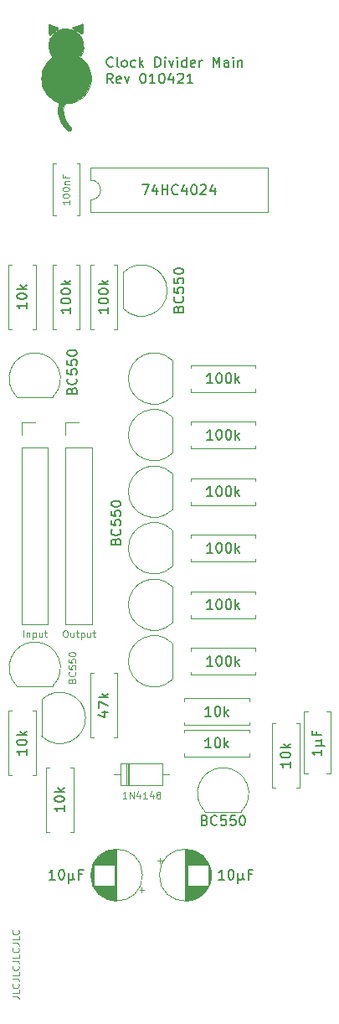
<source format=gbr>
G04 #@! TF.GenerationSoftware,KiCad,Pcbnew,(5.1.9)-1*
G04 #@! TF.CreationDate,2021-04-27T02:13:11+02:00*
G04 #@! TF.ProjectId,Clock Divider Main,436c6f63-6b20-4446-9976-69646572204d,rev?*
G04 #@! TF.SameCoordinates,Original*
G04 #@! TF.FileFunction,Legend,Top*
G04 #@! TF.FilePolarity,Positive*
%FSLAX46Y46*%
G04 Gerber Fmt 4.6, Leading zero omitted, Abs format (unit mm)*
G04 Created by KiCad (PCBNEW (5.1.9)-1) date 2021-04-27 02:13:11*
%MOMM*%
%LPD*%
G01*
G04 APERTURE LIST*
%ADD10C,0.100000*%
%ADD11C,0.150000*%
%ADD12C,0.010000*%
%ADD13C,0.120000*%
G04 APERTURE END LIST*
D10*
X1521666Y-99898333D02*
X2021666Y-99898333D01*
X2121666Y-99931666D01*
X2188333Y-99998333D01*
X2221666Y-100098333D01*
X2221666Y-100165000D01*
X2221666Y-99231666D02*
X2221666Y-99565000D01*
X1521666Y-99565000D01*
X2155000Y-98598333D02*
X2188333Y-98631666D01*
X2221666Y-98731666D01*
X2221666Y-98798333D01*
X2188333Y-98898333D01*
X2121666Y-98965000D01*
X2055000Y-98998333D01*
X1921666Y-99031666D01*
X1821666Y-99031666D01*
X1688333Y-98998333D01*
X1621666Y-98965000D01*
X1555000Y-98898333D01*
X1521666Y-98798333D01*
X1521666Y-98731666D01*
X1555000Y-98631666D01*
X1588333Y-98598333D01*
X1521666Y-98098333D02*
X2021666Y-98098333D01*
X2121666Y-98131666D01*
X2188333Y-98198333D01*
X2221666Y-98298333D01*
X2221666Y-98365000D01*
X2221666Y-97431666D02*
X2221666Y-97765000D01*
X1521666Y-97765000D01*
X2155000Y-96798333D02*
X2188333Y-96831666D01*
X2221666Y-96931666D01*
X2221666Y-96998333D01*
X2188333Y-97098333D01*
X2121666Y-97165000D01*
X2055000Y-97198333D01*
X1921666Y-97231666D01*
X1821666Y-97231666D01*
X1688333Y-97198333D01*
X1621666Y-97165000D01*
X1555000Y-97098333D01*
X1521666Y-96998333D01*
X1521666Y-96931666D01*
X1555000Y-96831666D01*
X1588333Y-96798333D01*
X1521666Y-96298333D02*
X2021666Y-96298333D01*
X2121666Y-96331666D01*
X2188333Y-96398333D01*
X2221666Y-96498333D01*
X2221666Y-96565000D01*
X2221666Y-95631666D02*
X2221666Y-95965000D01*
X1521666Y-95965000D01*
X2155000Y-94998333D02*
X2188333Y-95031666D01*
X2221666Y-95131666D01*
X2221666Y-95198333D01*
X2188333Y-95298333D01*
X2121666Y-95365000D01*
X2055000Y-95398333D01*
X1921666Y-95431666D01*
X1821666Y-95431666D01*
X1688333Y-95398333D01*
X1621666Y-95365000D01*
X1555000Y-95298333D01*
X1521666Y-95198333D01*
X1521666Y-95131666D01*
X1555000Y-95031666D01*
X1588333Y-94998333D01*
X1521666Y-94498333D02*
X2021666Y-94498333D01*
X2121666Y-94531666D01*
X2188333Y-94598333D01*
X2221666Y-94698333D01*
X2221666Y-94765000D01*
X2221666Y-93831666D02*
X2221666Y-94165000D01*
X1521666Y-94165000D01*
X2155000Y-93198333D02*
X2188333Y-93231666D01*
X2221666Y-93331666D01*
X2221666Y-93398333D01*
X2188333Y-93498333D01*
X2121666Y-93565000D01*
X2055000Y-93598333D01*
X1921666Y-93631666D01*
X1821666Y-93631666D01*
X1688333Y-93598333D01*
X1621666Y-93565000D01*
X1555000Y-93498333D01*
X1521666Y-93398333D01*
X1521666Y-93331666D01*
X1555000Y-93231666D01*
X1588333Y-93198333D01*
D11*
X11702023Y-5882142D02*
X11654404Y-5929761D01*
X11511547Y-5977380D01*
X11416309Y-5977380D01*
X11273452Y-5929761D01*
X11178214Y-5834523D01*
X11130595Y-5739285D01*
X11082976Y-5548809D01*
X11082976Y-5405952D01*
X11130595Y-5215476D01*
X11178214Y-5120238D01*
X11273452Y-5025000D01*
X11416309Y-4977380D01*
X11511547Y-4977380D01*
X11654404Y-5025000D01*
X11702023Y-5072619D01*
X12273452Y-5977380D02*
X12178214Y-5929761D01*
X12130595Y-5834523D01*
X12130595Y-4977380D01*
X12797261Y-5977380D02*
X12702023Y-5929761D01*
X12654404Y-5882142D01*
X12606785Y-5786904D01*
X12606785Y-5501190D01*
X12654404Y-5405952D01*
X12702023Y-5358333D01*
X12797261Y-5310714D01*
X12940119Y-5310714D01*
X13035357Y-5358333D01*
X13082976Y-5405952D01*
X13130595Y-5501190D01*
X13130595Y-5786904D01*
X13082976Y-5882142D01*
X13035357Y-5929761D01*
X12940119Y-5977380D01*
X12797261Y-5977380D01*
X13987738Y-5929761D02*
X13892500Y-5977380D01*
X13702023Y-5977380D01*
X13606785Y-5929761D01*
X13559166Y-5882142D01*
X13511547Y-5786904D01*
X13511547Y-5501190D01*
X13559166Y-5405952D01*
X13606785Y-5358333D01*
X13702023Y-5310714D01*
X13892500Y-5310714D01*
X13987738Y-5358333D01*
X14416309Y-5977380D02*
X14416309Y-4977380D01*
X14511547Y-5596428D02*
X14797261Y-5977380D01*
X14797261Y-5310714D02*
X14416309Y-5691666D01*
X15987738Y-5977380D02*
X15987738Y-4977380D01*
X16225833Y-4977380D01*
X16368690Y-5025000D01*
X16463928Y-5120238D01*
X16511547Y-5215476D01*
X16559166Y-5405952D01*
X16559166Y-5548809D01*
X16511547Y-5739285D01*
X16463928Y-5834523D01*
X16368690Y-5929761D01*
X16225833Y-5977380D01*
X15987738Y-5977380D01*
X16987738Y-5977380D02*
X16987738Y-5310714D01*
X16987738Y-4977380D02*
X16940119Y-5025000D01*
X16987738Y-5072619D01*
X17035357Y-5025000D01*
X16987738Y-4977380D01*
X16987738Y-5072619D01*
X17368690Y-5310714D02*
X17606785Y-5977380D01*
X17844880Y-5310714D01*
X18225833Y-5977380D02*
X18225833Y-5310714D01*
X18225833Y-4977380D02*
X18178214Y-5025000D01*
X18225833Y-5072619D01*
X18273452Y-5025000D01*
X18225833Y-4977380D01*
X18225833Y-5072619D01*
X19130595Y-5977380D02*
X19130595Y-4977380D01*
X19130595Y-5929761D02*
X19035357Y-5977380D01*
X18844880Y-5977380D01*
X18749642Y-5929761D01*
X18702023Y-5882142D01*
X18654404Y-5786904D01*
X18654404Y-5501190D01*
X18702023Y-5405952D01*
X18749642Y-5358333D01*
X18844880Y-5310714D01*
X19035357Y-5310714D01*
X19130595Y-5358333D01*
X19987738Y-5929761D02*
X19892500Y-5977380D01*
X19702023Y-5977380D01*
X19606785Y-5929761D01*
X19559166Y-5834523D01*
X19559166Y-5453571D01*
X19606785Y-5358333D01*
X19702023Y-5310714D01*
X19892500Y-5310714D01*
X19987738Y-5358333D01*
X20035357Y-5453571D01*
X20035357Y-5548809D01*
X19559166Y-5644047D01*
X20463928Y-5977380D02*
X20463928Y-5310714D01*
X20463928Y-5501190D02*
X20511547Y-5405952D01*
X20559166Y-5358333D01*
X20654404Y-5310714D01*
X20749642Y-5310714D01*
X21844880Y-5977380D02*
X21844880Y-4977380D01*
X22178214Y-5691666D01*
X22511547Y-4977380D01*
X22511547Y-5977380D01*
X23416309Y-5977380D02*
X23416309Y-5453571D01*
X23368690Y-5358333D01*
X23273452Y-5310714D01*
X23082976Y-5310714D01*
X22987738Y-5358333D01*
X23416309Y-5929761D02*
X23321071Y-5977380D01*
X23082976Y-5977380D01*
X22987738Y-5929761D01*
X22940119Y-5834523D01*
X22940119Y-5739285D01*
X22987738Y-5644047D01*
X23082976Y-5596428D01*
X23321071Y-5596428D01*
X23416309Y-5548809D01*
X23892500Y-5977380D02*
X23892500Y-5310714D01*
X23892500Y-4977380D02*
X23844880Y-5025000D01*
X23892500Y-5072619D01*
X23940119Y-5025000D01*
X23892500Y-4977380D01*
X23892500Y-5072619D01*
X24368690Y-5310714D02*
X24368690Y-5977380D01*
X24368690Y-5405952D02*
X24416309Y-5358333D01*
X24511547Y-5310714D01*
X24654404Y-5310714D01*
X24749642Y-5358333D01*
X24797261Y-5453571D01*
X24797261Y-5977380D01*
X11702023Y-7627380D02*
X11368690Y-7151190D01*
X11130595Y-7627380D02*
X11130595Y-6627380D01*
X11511547Y-6627380D01*
X11606785Y-6675000D01*
X11654404Y-6722619D01*
X11702023Y-6817857D01*
X11702023Y-6960714D01*
X11654404Y-7055952D01*
X11606785Y-7103571D01*
X11511547Y-7151190D01*
X11130595Y-7151190D01*
X12511547Y-7579761D02*
X12416309Y-7627380D01*
X12225833Y-7627380D01*
X12130595Y-7579761D01*
X12082976Y-7484523D01*
X12082976Y-7103571D01*
X12130595Y-7008333D01*
X12225833Y-6960714D01*
X12416309Y-6960714D01*
X12511547Y-7008333D01*
X12559166Y-7103571D01*
X12559166Y-7198809D01*
X12082976Y-7294047D01*
X12892500Y-6960714D02*
X13130595Y-7627380D01*
X13368690Y-6960714D01*
X14702023Y-6627380D02*
X14797261Y-6627380D01*
X14892500Y-6675000D01*
X14940119Y-6722619D01*
X14987738Y-6817857D01*
X15035357Y-7008333D01*
X15035357Y-7246428D01*
X14987738Y-7436904D01*
X14940119Y-7532142D01*
X14892500Y-7579761D01*
X14797261Y-7627380D01*
X14702023Y-7627380D01*
X14606785Y-7579761D01*
X14559166Y-7532142D01*
X14511547Y-7436904D01*
X14463928Y-7246428D01*
X14463928Y-7008333D01*
X14511547Y-6817857D01*
X14559166Y-6722619D01*
X14606785Y-6675000D01*
X14702023Y-6627380D01*
X15987738Y-7627380D02*
X15416309Y-7627380D01*
X15702023Y-7627380D02*
X15702023Y-6627380D01*
X15606785Y-6770238D01*
X15511547Y-6865476D01*
X15416309Y-6913095D01*
X16606785Y-6627380D02*
X16702023Y-6627380D01*
X16797261Y-6675000D01*
X16844880Y-6722619D01*
X16892500Y-6817857D01*
X16940119Y-7008333D01*
X16940119Y-7246428D01*
X16892500Y-7436904D01*
X16844880Y-7532142D01*
X16797261Y-7579761D01*
X16702023Y-7627380D01*
X16606785Y-7627380D01*
X16511547Y-7579761D01*
X16463928Y-7532142D01*
X16416309Y-7436904D01*
X16368690Y-7246428D01*
X16368690Y-7008333D01*
X16416309Y-6817857D01*
X16463928Y-6722619D01*
X16511547Y-6675000D01*
X16606785Y-6627380D01*
X17797261Y-6960714D02*
X17797261Y-7627380D01*
X17559166Y-6579761D02*
X17321071Y-7294047D01*
X17940119Y-7294047D01*
X18273452Y-6722619D02*
X18321071Y-6675000D01*
X18416309Y-6627380D01*
X18654404Y-6627380D01*
X18749642Y-6675000D01*
X18797261Y-6722619D01*
X18844880Y-6817857D01*
X18844880Y-6913095D01*
X18797261Y-7055952D01*
X18225833Y-7627380D01*
X18844880Y-7627380D01*
X19797261Y-7627380D02*
X19225833Y-7627380D01*
X19511547Y-7627380D02*
X19511547Y-6627380D01*
X19416309Y-6770238D01*
X19321071Y-6865476D01*
X19225833Y-6913095D01*
D12*
G04 #@! TO.C,G\u002A\u002A\u002A*
G36*
X8643089Y-1676229D02*
G01*
X8658741Y-1797829D01*
X8656837Y-2001949D01*
X8656052Y-2107181D01*
X8649100Y-2396033D01*
X8626688Y-2566612D01*
X8586483Y-2633681D01*
X8572500Y-2635971D01*
X8481195Y-2598371D01*
X8312628Y-2502277D01*
X8098766Y-2366273D01*
X8034907Y-2323426D01*
X7580867Y-2015174D01*
X7968065Y-1854704D01*
X8272368Y-1726385D01*
X8471744Y-1648522D01*
X8588037Y-1629132D01*
X8643089Y-1676229D01*
G37*
X8643089Y-1676229D02*
X8658741Y-1797829D01*
X8656837Y-2001949D01*
X8656052Y-2107181D01*
X8649100Y-2396033D01*
X8626688Y-2566612D01*
X8586483Y-2633681D01*
X8572500Y-2635971D01*
X8481195Y-2598371D01*
X8312628Y-2502277D01*
X8098766Y-2366273D01*
X8034907Y-2323426D01*
X7580867Y-2015174D01*
X7968065Y-1854704D01*
X8272368Y-1726385D01*
X8471744Y-1648522D01*
X8588037Y-1629132D01*
X8643089Y-1676229D01*
G36*
X5422294Y-1745838D02*
G01*
X5654355Y-1830666D01*
X5701297Y-1849997D01*
X5926716Y-1951489D01*
X6091523Y-2039463D01*
X6167519Y-2098415D01*
X6169192Y-2107244D01*
X6111342Y-2165770D01*
X5977196Y-2276610D01*
X5798839Y-2415540D01*
X5608356Y-2558341D01*
X5437832Y-2680791D01*
X5319350Y-2758670D01*
X5286041Y-2773947D01*
X5267104Y-2712774D01*
X5242203Y-2551047D01*
X5216214Y-2321456D01*
X5212035Y-2277978D01*
X5192508Y-2028432D01*
X5184029Y-1829343D01*
X5188140Y-1719507D01*
X5189621Y-1713973D01*
X5258675Y-1704626D01*
X5422294Y-1745838D01*
G37*
X5422294Y-1745838D02*
X5654355Y-1830666D01*
X5701297Y-1849997D01*
X5926716Y-1951489D01*
X6091523Y-2039463D01*
X6167519Y-2098415D01*
X6169192Y-2107244D01*
X6111342Y-2165770D01*
X5977196Y-2276610D01*
X5798839Y-2415540D01*
X5608356Y-2558341D01*
X5437832Y-2680791D01*
X5319350Y-2758670D01*
X5286041Y-2773947D01*
X5267104Y-2712774D01*
X5242203Y-2551047D01*
X5216214Y-2321456D01*
X5212035Y-2277978D01*
X5192508Y-2028432D01*
X5184029Y-1829343D01*
X5188140Y-1719507D01*
X5189621Y-1713973D01*
X5258675Y-1704626D01*
X5422294Y-1745838D01*
G36*
X7441975Y-2155533D02*
G01*
X7829529Y-2304561D01*
X8176874Y-2567268D01*
X8210458Y-2600178D01*
X8449055Y-2877088D01*
X8599725Y-3160374D01*
X8682509Y-3496590D01*
X8708932Y-3758159D01*
X8719654Y-4033677D01*
X8701742Y-4235634D01*
X8644670Y-4422923D01*
X8554921Y-4619864D01*
X8369587Y-4998673D01*
X8639200Y-5222629D01*
X8988462Y-5593667D01*
X9262837Y-6050043D01*
X9446494Y-6557167D01*
X9523602Y-7080445D01*
X9525000Y-7158282D01*
X9464094Y-7686320D01*
X9291737Y-8184219D01*
X9023466Y-8635702D01*
X8674822Y-9024491D01*
X8261342Y-9334310D01*
X7798566Y-9548880D01*
X7302032Y-9651923D01*
X7138071Y-9658684D01*
X6950332Y-9668029D01*
X6844696Y-9717592D01*
X6769815Y-9839664D01*
X6739853Y-9909124D01*
X6656088Y-10277435D01*
X6686622Y-10687429D01*
X6826393Y-11120591D01*
X7070336Y-11558404D01*
X7259598Y-11809623D01*
X7428260Y-12030034D01*
X7505470Y-12186237D01*
X7499114Y-12303485D01*
X7439526Y-12385842D01*
X7309072Y-12459092D01*
X7158517Y-12425022D01*
X6973972Y-12278000D01*
X6854337Y-12148553D01*
X6504002Y-11662667D01*
X6271051Y-11155772D01*
X6162200Y-10643744D01*
X6154776Y-10494211D01*
X6159742Y-10222845D01*
X6177931Y-9975606D01*
X6202845Y-9818508D01*
X6225402Y-9703381D01*
X6204438Y-9623134D01*
X6116350Y-9549707D01*
X5937535Y-9455041D01*
X5868634Y-9421221D01*
X5435674Y-9144047D01*
X5046572Y-8769867D01*
X4737301Y-8335126D01*
X4669123Y-8205895D01*
X4580392Y-8009189D01*
X4524836Y-7833821D01*
X4494911Y-7637432D01*
X4483077Y-7377661D01*
X4481513Y-7152105D01*
X4485439Y-6828856D01*
X4502416Y-6596295D01*
X4540242Y-6411526D01*
X4606716Y-6231658D01*
X4675954Y-6082632D01*
X4841006Y-5804538D01*
X5061785Y-5512723D01*
X5229765Y-5329758D01*
X5589137Y-4977937D01*
X5460820Y-4795021D01*
X5267922Y-4405417D01*
X5191035Y-3958652D01*
X5197869Y-3711863D01*
X5302282Y-3238612D01*
X5515150Y-2831640D01*
X5822542Y-2503451D01*
X6210521Y-2266544D01*
X6665156Y-2133421D01*
X6985000Y-2108462D01*
X7441975Y-2155533D01*
G37*
X7441975Y-2155533D02*
X7829529Y-2304561D01*
X8176874Y-2567268D01*
X8210458Y-2600178D01*
X8449055Y-2877088D01*
X8599725Y-3160374D01*
X8682509Y-3496590D01*
X8708932Y-3758159D01*
X8719654Y-4033677D01*
X8701742Y-4235634D01*
X8644670Y-4422923D01*
X8554921Y-4619864D01*
X8369587Y-4998673D01*
X8639200Y-5222629D01*
X8988462Y-5593667D01*
X9262837Y-6050043D01*
X9446494Y-6557167D01*
X9523602Y-7080445D01*
X9525000Y-7158282D01*
X9464094Y-7686320D01*
X9291737Y-8184219D01*
X9023466Y-8635702D01*
X8674822Y-9024491D01*
X8261342Y-9334310D01*
X7798566Y-9548880D01*
X7302032Y-9651923D01*
X7138071Y-9658684D01*
X6950332Y-9668029D01*
X6844696Y-9717592D01*
X6769815Y-9839664D01*
X6739853Y-9909124D01*
X6656088Y-10277435D01*
X6686622Y-10687429D01*
X6826393Y-11120591D01*
X7070336Y-11558404D01*
X7259598Y-11809623D01*
X7428260Y-12030034D01*
X7505470Y-12186237D01*
X7499114Y-12303485D01*
X7439526Y-12385842D01*
X7309072Y-12459092D01*
X7158517Y-12425022D01*
X6973972Y-12278000D01*
X6854337Y-12148553D01*
X6504002Y-11662667D01*
X6271051Y-11155772D01*
X6162200Y-10643744D01*
X6154776Y-10494211D01*
X6159742Y-10222845D01*
X6177931Y-9975606D01*
X6202845Y-9818508D01*
X6225402Y-9703381D01*
X6204438Y-9623134D01*
X6116350Y-9549707D01*
X5937535Y-9455041D01*
X5868634Y-9421221D01*
X5435674Y-9144047D01*
X5046572Y-8769867D01*
X4737301Y-8335126D01*
X4669123Y-8205895D01*
X4580392Y-8009189D01*
X4524836Y-7833821D01*
X4494911Y-7637432D01*
X4483077Y-7377661D01*
X4481513Y-7152105D01*
X4485439Y-6828856D01*
X4502416Y-6596295D01*
X4540242Y-6411526D01*
X4606716Y-6231658D01*
X4675954Y-6082632D01*
X4841006Y-5804538D01*
X5061785Y-5512723D01*
X5229765Y-5329758D01*
X5589137Y-4977937D01*
X5460820Y-4795021D01*
X5267922Y-4405417D01*
X5191035Y-3958652D01*
X5197869Y-3711863D01*
X5302282Y-3238612D01*
X5515150Y-2831640D01*
X5822542Y-2503451D01*
X6210521Y-2266544D01*
X6665156Y-2133421D01*
X6985000Y-2108462D01*
X7441975Y-2155533D01*
D13*
G04 #@! TO.C,J2*
X6925000Y-62290000D02*
X9585000Y-62290000D01*
X6925000Y-44450000D02*
X6925000Y-62290000D01*
X9585000Y-44450000D02*
X9585000Y-62290000D01*
X6925000Y-44450000D02*
X9585000Y-44450000D01*
X6925000Y-43180000D02*
X6925000Y-41850000D01*
X6925000Y-41850000D02*
X8255000Y-41850000D01*
G04 #@! TO.C,J1*
X2480000Y-62290000D02*
X5140000Y-62290000D01*
X2480000Y-44450000D02*
X2480000Y-62290000D01*
X5140000Y-44450000D02*
X5140000Y-62290000D01*
X2480000Y-44450000D02*
X5140000Y-44450000D01*
X2480000Y-43180000D02*
X2480000Y-41850000D01*
X2480000Y-41850000D02*
X3810000Y-41850000D01*
G04 #@! TO.C,R27*
X19590000Y-36095000D02*
X19590000Y-36425000D01*
X26130000Y-36095000D02*
X19590000Y-36095000D01*
X26130000Y-36425000D02*
X26130000Y-36095000D01*
X19590000Y-38835000D02*
X19590000Y-38505000D01*
X26130000Y-38835000D02*
X19590000Y-38835000D01*
X26130000Y-38505000D02*
X26130000Y-38835000D01*
G04 #@! TO.C,Q11*
X17725000Y-39265000D02*
X17725000Y-35665000D01*
X17713478Y-35626522D02*
G75*
G03*
X13275000Y-37465000I-1838478J-1838478D01*
G01*
X17713478Y-39303478D02*
G75*
G02*
X13275000Y-37465000I-1838478J1838478D01*
G01*
G04 #@! TO.C,U1*
X9465000Y-16165000D02*
X9465000Y-17415000D01*
X27365000Y-16165000D02*
X9465000Y-16165000D01*
X27365000Y-20665000D02*
X27365000Y-16165000D01*
X9465000Y-20665000D02*
X27365000Y-20665000D01*
X9465000Y-19415000D02*
X9465000Y-20665000D01*
X9465000Y-17415000D02*
G75*
G02*
X9465000Y-19415000I0J-1000000D01*
G01*
G04 #@! TO.C,R16*
X19590000Y-64670000D02*
X19590000Y-65000000D01*
X26130000Y-64670000D02*
X19590000Y-64670000D01*
X26130000Y-65000000D02*
X26130000Y-64670000D01*
X19590000Y-67410000D02*
X19590000Y-67080000D01*
X26130000Y-67410000D02*
X19590000Y-67410000D01*
X26130000Y-67080000D02*
X26130000Y-67410000D01*
G04 #@! TO.C,R15*
X19590000Y-58955000D02*
X19590000Y-59285000D01*
X26130000Y-58955000D02*
X19590000Y-58955000D01*
X26130000Y-59285000D02*
X26130000Y-58955000D01*
X19590000Y-61695000D02*
X19590000Y-61365000D01*
X26130000Y-61695000D02*
X19590000Y-61695000D01*
X26130000Y-61365000D02*
X26130000Y-61695000D01*
G04 #@! TO.C,R14*
X19590000Y-53240000D02*
X19590000Y-53570000D01*
X26130000Y-53240000D02*
X19590000Y-53240000D01*
X26130000Y-53570000D02*
X26130000Y-53240000D01*
X19590000Y-55980000D02*
X19590000Y-55650000D01*
X26130000Y-55980000D02*
X19590000Y-55980000D01*
X26130000Y-55650000D02*
X26130000Y-55980000D01*
G04 #@! TO.C,R13*
X19590000Y-47525000D02*
X19590000Y-47855000D01*
X26130000Y-47525000D02*
X19590000Y-47525000D01*
X26130000Y-47855000D02*
X26130000Y-47525000D01*
X19590000Y-50265000D02*
X19590000Y-49935000D01*
X26130000Y-50265000D02*
X19590000Y-50265000D01*
X26130000Y-49935000D02*
X26130000Y-50265000D01*
G04 #@! TO.C,R12*
X19590000Y-41810000D02*
X19590000Y-42140000D01*
X26130000Y-41810000D02*
X19590000Y-41810000D01*
X26130000Y-42140000D02*
X26130000Y-41810000D01*
X19590000Y-44550000D02*
X19590000Y-44220000D01*
X26130000Y-44550000D02*
X19590000Y-44550000D01*
X26130000Y-44220000D02*
X26130000Y-44550000D01*
G04 #@! TO.C,R11*
X8355000Y-25940000D02*
X8025000Y-25940000D01*
X8355000Y-32480000D02*
X8355000Y-25940000D01*
X8025000Y-32480000D02*
X8355000Y-32480000D01*
X5615000Y-25940000D02*
X5945000Y-25940000D01*
X5615000Y-32480000D02*
X5615000Y-25940000D01*
X5945000Y-32480000D02*
X5615000Y-32480000D01*
G04 #@! TO.C,R10*
X12165000Y-25940000D02*
X11835000Y-25940000D01*
X12165000Y-32480000D02*
X12165000Y-25940000D01*
X11835000Y-32480000D02*
X12165000Y-32480000D01*
X9425000Y-25940000D02*
X9755000Y-25940000D01*
X9425000Y-32480000D02*
X9425000Y-25940000D01*
X9755000Y-32480000D02*
X9425000Y-32480000D01*
G04 #@! TO.C,R9*
X4980000Y-83280000D02*
X5310000Y-83280000D01*
X4980000Y-76740000D02*
X4980000Y-83280000D01*
X5310000Y-76740000D02*
X4980000Y-76740000D01*
X7720000Y-83280000D02*
X7390000Y-83280000D01*
X7720000Y-76740000D02*
X7720000Y-83280000D01*
X7390000Y-76740000D02*
X7720000Y-76740000D01*
G04 #@! TO.C,R8*
X12165000Y-67215000D02*
X11835000Y-67215000D01*
X12165000Y-73755000D02*
X12165000Y-67215000D01*
X11835000Y-73755000D02*
X12165000Y-73755000D01*
X9425000Y-67215000D02*
X9755000Y-67215000D01*
X9425000Y-73755000D02*
X9425000Y-67215000D01*
X9755000Y-73755000D02*
X9425000Y-73755000D01*
G04 #@! TO.C,R7*
X1170000Y-77565000D02*
X1500000Y-77565000D01*
X1170000Y-71025000D02*
X1170000Y-77565000D01*
X1500000Y-71025000D02*
X1170000Y-71025000D01*
X3910000Y-77565000D02*
X3580000Y-77565000D01*
X3910000Y-71025000D02*
X3910000Y-77565000D01*
X3580000Y-71025000D02*
X3910000Y-71025000D01*
G04 #@! TO.C,R6*
X3910000Y-25940000D02*
X3580000Y-25940000D01*
X3910000Y-32480000D02*
X3910000Y-25940000D01*
X3580000Y-32480000D02*
X3910000Y-32480000D01*
X1170000Y-25940000D02*
X1500000Y-25940000D01*
X1170000Y-32480000D02*
X1170000Y-25940000D01*
X1500000Y-32480000D02*
X1170000Y-32480000D01*
G04 #@! TO.C,R5*
X18955000Y-72925000D02*
X18955000Y-73255000D01*
X25495000Y-72925000D02*
X18955000Y-72925000D01*
X25495000Y-73255000D02*
X25495000Y-72925000D01*
X18955000Y-75665000D02*
X18955000Y-75335000D01*
X25495000Y-75665000D02*
X18955000Y-75665000D01*
X25495000Y-75335000D02*
X25495000Y-75665000D01*
G04 #@! TO.C,R2*
X27840000Y-78835000D02*
X28170000Y-78835000D01*
X27840000Y-72295000D02*
X27840000Y-78835000D01*
X28170000Y-72295000D02*
X27840000Y-72295000D01*
X30580000Y-78835000D02*
X30250000Y-78835000D01*
X30580000Y-72295000D02*
X30580000Y-78835000D01*
X30250000Y-72295000D02*
X30580000Y-72295000D01*
G04 #@! TO.C,R1*
X18955000Y-69750000D02*
X18955000Y-70080000D01*
X25495000Y-69750000D02*
X18955000Y-69750000D01*
X25495000Y-70080000D02*
X25495000Y-69750000D01*
X18955000Y-72490000D02*
X18955000Y-72160000D01*
X25495000Y-72490000D02*
X18955000Y-72490000D01*
X25495000Y-72160000D02*
X25495000Y-72490000D01*
G04 #@! TO.C,Q10*
X17725000Y-67840000D02*
X17725000Y-64240000D01*
X17713478Y-64201522D02*
G75*
G03*
X13275000Y-66040000I-1838478J-1838478D01*
G01*
X17713478Y-67878478D02*
G75*
G02*
X13275000Y-66040000I-1838478J1838478D01*
G01*
G04 #@! TO.C,Q9*
X17725000Y-62125000D02*
X17725000Y-58525000D01*
X17713478Y-58486522D02*
G75*
G03*
X13275000Y-60325000I-1838478J-1838478D01*
G01*
X17713478Y-62163478D02*
G75*
G02*
X13275000Y-60325000I-1838478J1838478D01*
G01*
G04 #@! TO.C,Q8*
X17725000Y-56410000D02*
X17725000Y-52810000D01*
X17713478Y-52771522D02*
G75*
G03*
X13275000Y-54610000I-1838478J-1838478D01*
G01*
X17713478Y-56448478D02*
G75*
G02*
X13275000Y-54610000I-1838478J1838478D01*
G01*
G04 #@! TO.C,Q7*
X17725000Y-50695000D02*
X17725000Y-47095000D01*
X17713478Y-47056522D02*
G75*
G03*
X13275000Y-48895000I-1838478J-1838478D01*
G01*
X17713478Y-50733478D02*
G75*
G02*
X13275000Y-48895000I-1838478J1838478D01*
G01*
G04 #@! TO.C,Q6*
X17725000Y-44980000D02*
X17725000Y-41380000D01*
X17713478Y-41341522D02*
G75*
G03*
X13275000Y-43180000I-1838478J-1838478D01*
G01*
X17713478Y-45018478D02*
G75*
G02*
X13275000Y-43180000I-1838478J1838478D01*
G01*
G04 #@! TO.C,Q5*
X12755000Y-26775000D02*
X12755000Y-30375000D01*
X12766522Y-30413478D02*
G75*
G03*
X17205000Y-28575000I1838478J1838478D01*
G01*
X12766522Y-26736522D02*
G75*
G02*
X17205000Y-28575000I1838478J-1838478D01*
G01*
G04 #@! TO.C,Q4*
X4500000Y-69955000D02*
X4500000Y-73555000D01*
X4511522Y-73593478D02*
G75*
G03*
X8950000Y-71755000I1838478J1838478D01*
G01*
X4511522Y-69916522D02*
G75*
G02*
X8950000Y-71755000I1838478J-1838478D01*
G01*
G04 #@! TO.C,Q3*
X2010000Y-68525000D02*
X5610000Y-68525000D01*
X5648478Y-68513478D02*
G75*
G03*
X3810000Y-64075000I-1838478J1838478D01*
G01*
X1971522Y-68513478D02*
G75*
G02*
X3810000Y-64075000I1838478J1838478D01*
G01*
G04 #@! TO.C,Q2*
X2010000Y-39315000D02*
X5610000Y-39315000D01*
X5648478Y-39303478D02*
G75*
G03*
X3810000Y-34865000I-1838478J1838478D01*
G01*
X1971522Y-39303478D02*
G75*
G02*
X3810000Y-34865000I1838478J1838478D01*
G01*
G04 #@! TO.C,Q1*
X21060000Y-81225000D02*
X24660000Y-81225000D01*
X24698478Y-81213478D02*
G75*
G03*
X22860000Y-76775000I-1838478J1838478D01*
G01*
X21021522Y-81213478D02*
G75*
G02*
X22860000Y-76775000I1838478J1838478D01*
G01*
G04 #@! TO.C,D3*
X13085000Y-76350000D02*
X13085000Y-78590000D01*
X13325000Y-76350000D02*
X13325000Y-78590000D01*
X13205000Y-76350000D02*
X13205000Y-78590000D01*
X17375000Y-77470000D02*
X16725000Y-77470000D01*
X11835000Y-77470000D02*
X12485000Y-77470000D01*
X16725000Y-76350000D02*
X12485000Y-76350000D01*
X16725000Y-78590000D02*
X16725000Y-76350000D01*
X12485000Y-78590000D02*
X16725000Y-78590000D01*
X12485000Y-76350000D02*
X12485000Y-78590000D01*
G04 #@! TO.C,C5*
X14639775Y-89355000D02*
X14639775Y-88855000D01*
X14889775Y-89105000D02*
X14389775Y-89105000D01*
X9484000Y-87914000D02*
X9484000Y-87346000D01*
X9524000Y-88148000D02*
X9524000Y-87112000D01*
X9564000Y-88307000D02*
X9564000Y-86953000D01*
X9604000Y-88435000D02*
X9604000Y-86825000D01*
X9644000Y-88545000D02*
X9644000Y-86715000D01*
X9684000Y-88641000D02*
X9684000Y-86619000D01*
X9724000Y-88728000D02*
X9724000Y-86532000D01*
X9764000Y-88808000D02*
X9764000Y-86452000D01*
X9804000Y-86590000D02*
X9804000Y-86379000D01*
X9804000Y-88881000D02*
X9804000Y-88670000D01*
X9844000Y-86590000D02*
X9844000Y-86311000D01*
X9844000Y-88949000D02*
X9844000Y-88670000D01*
X9884000Y-86590000D02*
X9884000Y-86247000D01*
X9884000Y-89013000D02*
X9884000Y-88670000D01*
X9924000Y-86590000D02*
X9924000Y-86187000D01*
X9924000Y-89073000D02*
X9924000Y-88670000D01*
X9964000Y-86590000D02*
X9964000Y-86130000D01*
X9964000Y-89130000D02*
X9964000Y-88670000D01*
X10004000Y-86590000D02*
X10004000Y-86076000D01*
X10004000Y-89184000D02*
X10004000Y-88670000D01*
X10044000Y-86590000D02*
X10044000Y-86025000D01*
X10044000Y-89235000D02*
X10044000Y-88670000D01*
X10084000Y-86590000D02*
X10084000Y-85977000D01*
X10084000Y-89283000D02*
X10084000Y-88670000D01*
X10124000Y-86590000D02*
X10124000Y-85931000D01*
X10124000Y-89329000D02*
X10124000Y-88670000D01*
X10164000Y-86590000D02*
X10164000Y-85887000D01*
X10164000Y-89373000D02*
X10164000Y-88670000D01*
X10204000Y-86590000D02*
X10204000Y-85845000D01*
X10204000Y-89415000D02*
X10204000Y-88670000D01*
X10244000Y-86590000D02*
X10244000Y-85804000D01*
X10244000Y-89456000D02*
X10244000Y-88670000D01*
X10284000Y-86590000D02*
X10284000Y-85766000D01*
X10284000Y-89494000D02*
X10284000Y-88670000D01*
X10324000Y-86590000D02*
X10324000Y-85729000D01*
X10324000Y-89531000D02*
X10324000Y-88670000D01*
X10364000Y-86590000D02*
X10364000Y-85693000D01*
X10364000Y-89567000D02*
X10364000Y-88670000D01*
X10404000Y-86590000D02*
X10404000Y-85659000D01*
X10404000Y-89601000D02*
X10404000Y-88670000D01*
X10444000Y-86590000D02*
X10444000Y-85626000D01*
X10444000Y-89634000D02*
X10444000Y-88670000D01*
X10484000Y-86590000D02*
X10484000Y-85595000D01*
X10484000Y-89665000D02*
X10484000Y-88670000D01*
X10524000Y-86590000D02*
X10524000Y-85565000D01*
X10524000Y-89695000D02*
X10524000Y-88670000D01*
X10564000Y-86590000D02*
X10564000Y-85535000D01*
X10564000Y-89725000D02*
X10564000Y-88670000D01*
X10604000Y-86590000D02*
X10604000Y-85508000D01*
X10604000Y-89752000D02*
X10604000Y-88670000D01*
X10644000Y-86590000D02*
X10644000Y-85481000D01*
X10644000Y-89779000D02*
X10644000Y-88670000D01*
X10684000Y-86590000D02*
X10684000Y-85455000D01*
X10684000Y-89805000D02*
X10684000Y-88670000D01*
X10724000Y-86590000D02*
X10724000Y-85430000D01*
X10724000Y-89830000D02*
X10724000Y-88670000D01*
X10764000Y-86590000D02*
X10764000Y-85406000D01*
X10764000Y-89854000D02*
X10764000Y-88670000D01*
X10804000Y-86590000D02*
X10804000Y-85383000D01*
X10804000Y-89877000D02*
X10804000Y-88670000D01*
X10844000Y-86590000D02*
X10844000Y-85362000D01*
X10844000Y-89898000D02*
X10844000Y-88670000D01*
X10884000Y-86590000D02*
X10884000Y-85340000D01*
X10884000Y-89920000D02*
X10884000Y-88670000D01*
X10924000Y-86590000D02*
X10924000Y-85320000D01*
X10924000Y-89940000D02*
X10924000Y-88670000D01*
X10964000Y-86590000D02*
X10964000Y-85301000D01*
X10964000Y-89959000D02*
X10964000Y-88670000D01*
X11004000Y-86590000D02*
X11004000Y-85282000D01*
X11004000Y-89978000D02*
X11004000Y-88670000D01*
X11044000Y-86590000D02*
X11044000Y-85265000D01*
X11044000Y-89995000D02*
X11044000Y-88670000D01*
X11084000Y-86590000D02*
X11084000Y-85248000D01*
X11084000Y-90012000D02*
X11084000Y-88670000D01*
X11124000Y-86590000D02*
X11124000Y-85232000D01*
X11124000Y-90028000D02*
X11124000Y-88670000D01*
X11164000Y-86590000D02*
X11164000Y-85216000D01*
X11164000Y-90044000D02*
X11164000Y-88670000D01*
X11204000Y-86590000D02*
X11204000Y-85202000D01*
X11204000Y-90058000D02*
X11204000Y-88670000D01*
X11244000Y-86590000D02*
X11244000Y-85188000D01*
X11244000Y-90072000D02*
X11244000Y-88670000D01*
X11284000Y-86590000D02*
X11284000Y-85175000D01*
X11284000Y-90085000D02*
X11284000Y-88670000D01*
X11324000Y-86590000D02*
X11324000Y-85162000D01*
X11324000Y-90098000D02*
X11324000Y-88670000D01*
X11364000Y-86590000D02*
X11364000Y-85150000D01*
X11364000Y-90110000D02*
X11364000Y-88670000D01*
X11405000Y-86590000D02*
X11405000Y-85139000D01*
X11405000Y-90121000D02*
X11405000Y-88670000D01*
X11445000Y-86590000D02*
X11445000Y-85129000D01*
X11445000Y-90131000D02*
X11445000Y-88670000D01*
X11485000Y-86590000D02*
X11485000Y-85119000D01*
X11485000Y-90141000D02*
X11485000Y-88670000D01*
X11525000Y-86590000D02*
X11525000Y-85110000D01*
X11525000Y-90150000D02*
X11525000Y-88670000D01*
X11565000Y-86590000D02*
X11565000Y-85102000D01*
X11565000Y-90158000D02*
X11565000Y-88670000D01*
X11605000Y-86590000D02*
X11605000Y-85094000D01*
X11605000Y-90166000D02*
X11605000Y-88670000D01*
X11645000Y-86590000D02*
X11645000Y-85087000D01*
X11645000Y-90173000D02*
X11645000Y-88670000D01*
X11685000Y-86590000D02*
X11685000Y-85080000D01*
X11685000Y-90180000D02*
X11685000Y-88670000D01*
X11725000Y-86590000D02*
X11725000Y-85074000D01*
X11725000Y-90186000D02*
X11725000Y-88670000D01*
X11765000Y-86590000D02*
X11765000Y-85069000D01*
X11765000Y-90191000D02*
X11765000Y-88670000D01*
X11805000Y-86590000D02*
X11805000Y-85065000D01*
X11805000Y-90195000D02*
X11805000Y-88670000D01*
X11845000Y-86590000D02*
X11845000Y-85061000D01*
X11845000Y-90199000D02*
X11845000Y-88670000D01*
X11885000Y-90203000D02*
X11885000Y-85057000D01*
X11925000Y-90206000D02*
X11925000Y-85054000D01*
X11965000Y-90208000D02*
X11965000Y-85052000D01*
X12005000Y-90209000D02*
X12005000Y-85051000D01*
X12045000Y-90210000D02*
X12045000Y-85050000D01*
X12085000Y-90210000D02*
X12085000Y-85050000D01*
X14705000Y-87630000D02*
G75*
G03*
X14705000Y-87630000I-2620000J0D01*
G01*
G04 #@! TO.C,C3*
X16475225Y-85905000D02*
X16475225Y-86405000D01*
X16225225Y-86155000D02*
X16725225Y-86155000D01*
X21631000Y-87346000D02*
X21631000Y-87914000D01*
X21591000Y-87112000D02*
X21591000Y-88148000D01*
X21551000Y-86953000D02*
X21551000Y-88307000D01*
X21511000Y-86825000D02*
X21511000Y-88435000D01*
X21471000Y-86715000D02*
X21471000Y-88545000D01*
X21431000Y-86619000D02*
X21431000Y-88641000D01*
X21391000Y-86532000D02*
X21391000Y-88728000D01*
X21351000Y-86452000D02*
X21351000Y-88808000D01*
X21311000Y-88670000D02*
X21311000Y-88881000D01*
X21311000Y-86379000D02*
X21311000Y-86590000D01*
X21271000Y-88670000D02*
X21271000Y-88949000D01*
X21271000Y-86311000D02*
X21271000Y-86590000D01*
X21231000Y-88670000D02*
X21231000Y-89013000D01*
X21231000Y-86247000D02*
X21231000Y-86590000D01*
X21191000Y-88670000D02*
X21191000Y-89073000D01*
X21191000Y-86187000D02*
X21191000Y-86590000D01*
X21151000Y-88670000D02*
X21151000Y-89130000D01*
X21151000Y-86130000D02*
X21151000Y-86590000D01*
X21111000Y-88670000D02*
X21111000Y-89184000D01*
X21111000Y-86076000D02*
X21111000Y-86590000D01*
X21071000Y-88670000D02*
X21071000Y-89235000D01*
X21071000Y-86025000D02*
X21071000Y-86590000D01*
X21031000Y-88670000D02*
X21031000Y-89283000D01*
X21031000Y-85977000D02*
X21031000Y-86590000D01*
X20991000Y-88670000D02*
X20991000Y-89329000D01*
X20991000Y-85931000D02*
X20991000Y-86590000D01*
X20951000Y-88670000D02*
X20951000Y-89373000D01*
X20951000Y-85887000D02*
X20951000Y-86590000D01*
X20911000Y-88670000D02*
X20911000Y-89415000D01*
X20911000Y-85845000D02*
X20911000Y-86590000D01*
X20871000Y-88670000D02*
X20871000Y-89456000D01*
X20871000Y-85804000D02*
X20871000Y-86590000D01*
X20831000Y-88670000D02*
X20831000Y-89494000D01*
X20831000Y-85766000D02*
X20831000Y-86590000D01*
X20791000Y-88670000D02*
X20791000Y-89531000D01*
X20791000Y-85729000D02*
X20791000Y-86590000D01*
X20751000Y-88670000D02*
X20751000Y-89567000D01*
X20751000Y-85693000D02*
X20751000Y-86590000D01*
X20711000Y-88670000D02*
X20711000Y-89601000D01*
X20711000Y-85659000D02*
X20711000Y-86590000D01*
X20671000Y-88670000D02*
X20671000Y-89634000D01*
X20671000Y-85626000D02*
X20671000Y-86590000D01*
X20631000Y-88670000D02*
X20631000Y-89665000D01*
X20631000Y-85595000D02*
X20631000Y-86590000D01*
X20591000Y-88670000D02*
X20591000Y-89695000D01*
X20591000Y-85565000D02*
X20591000Y-86590000D01*
X20551000Y-88670000D02*
X20551000Y-89725000D01*
X20551000Y-85535000D02*
X20551000Y-86590000D01*
X20511000Y-88670000D02*
X20511000Y-89752000D01*
X20511000Y-85508000D02*
X20511000Y-86590000D01*
X20471000Y-88670000D02*
X20471000Y-89779000D01*
X20471000Y-85481000D02*
X20471000Y-86590000D01*
X20431000Y-88670000D02*
X20431000Y-89805000D01*
X20431000Y-85455000D02*
X20431000Y-86590000D01*
X20391000Y-88670000D02*
X20391000Y-89830000D01*
X20391000Y-85430000D02*
X20391000Y-86590000D01*
X20351000Y-88670000D02*
X20351000Y-89854000D01*
X20351000Y-85406000D02*
X20351000Y-86590000D01*
X20311000Y-88670000D02*
X20311000Y-89877000D01*
X20311000Y-85383000D02*
X20311000Y-86590000D01*
X20271000Y-88670000D02*
X20271000Y-89898000D01*
X20271000Y-85362000D02*
X20271000Y-86590000D01*
X20231000Y-88670000D02*
X20231000Y-89920000D01*
X20231000Y-85340000D02*
X20231000Y-86590000D01*
X20191000Y-88670000D02*
X20191000Y-89940000D01*
X20191000Y-85320000D02*
X20191000Y-86590000D01*
X20151000Y-88670000D02*
X20151000Y-89959000D01*
X20151000Y-85301000D02*
X20151000Y-86590000D01*
X20111000Y-88670000D02*
X20111000Y-89978000D01*
X20111000Y-85282000D02*
X20111000Y-86590000D01*
X20071000Y-88670000D02*
X20071000Y-89995000D01*
X20071000Y-85265000D02*
X20071000Y-86590000D01*
X20031000Y-88670000D02*
X20031000Y-90012000D01*
X20031000Y-85248000D02*
X20031000Y-86590000D01*
X19991000Y-88670000D02*
X19991000Y-90028000D01*
X19991000Y-85232000D02*
X19991000Y-86590000D01*
X19951000Y-88670000D02*
X19951000Y-90044000D01*
X19951000Y-85216000D02*
X19951000Y-86590000D01*
X19911000Y-88670000D02*
X19911000Y-90058000D01*
X19911000Y-85202000D02*
X19911000Y-86590000D01*
X19871000Y-88670000D02*
X19871000Y-90072000D01*
X19871000Y-85188000D02*
X19871000Y-86590000D01*
X19831000Y-88670000D02*
X19831000Y-90085000D01*
X19831000Y-85175000D02*
X19831000Y-86590000D01*
X19791000Y-88670000D02*
X19791000Y-90098000D01*
X19791000Y-85162000D02*
X19791000Y-86590000D01*
X19751000Y-88670000D02*
X19751000Y-90110000D01*
X19751000Y-85150000D02*
X19751000Y-86590000D01*
X19710000Y-88670000D02*
X19710000Y-90121000D01*
X19710000Y-85139000D02*
X19710000Y-86590000D01*
X19670000Y-88670000D02*
X19670000Y-90131000D01*
X19670000Y-85129000D02*
X19670000Y-86590000D01*
X19630000Y-88670000D02*
X19630000Y-90141000D01*
X19630000Y-85119000D02*
X19630000Y-86590000D01*
X19590000Y-88670000D02*
X19590000Y-90150000D01*
X19590000Y-85110000D02*
X19590000Y-86590000D01*
X19550000Y-88670000D02*
X19550000Y-90158000D01*
X19550000Y-85102000D02*
X19550000Y-86590000D01*
X19510000Y-88670000D02*
X19510000Y-90166000D01*
X19510000Y-85094000D02*
X19510000Y-86590000D01*
X19470000Y-88670000D02*
X19470000Y-90173000D01*
X19470000Y-85087000D02*
X19470000Y-86590000D01*
X19430000Y-88670000D02*
X19430000Y-90180000D01*
X19430000Y-85080000D02*
X19430000Y-86590000D01*
X19390000Y-88670000D02*
X19390000Y-90186000D01*
X19390000Y-85074000D02*
X19390000Y-86590000D01*
X19350000Y-88670000D02*
X19350000Y-90191000D01*
X19350000Y-85069000D02*
X19350000Y-86590000D01*
X19310000Y-88670000D02*
X19310000Y-90195000D01*
X19310000Y-85065000D02*
X19310000Y-86590000D01*
X19270000Y-88670000D02*
X19270000Y-90199000D01*
X19270000Y-85061000D02*
X19270000Y-86590000D01*
X19230000Y-85057000D02*
X19230000Y-90203000D01*
X19190000Y-85054000D02*
X19190000Y-90206000D01*
X19150000Y-85052000D02*
X19150000Y-90208000D01*
X19110000Y-85051000D02*
X19110000Y-90209000D01*
X19070000Y-85050000D02*
X19070000Y-90210000D01*
X19030000Y-85050000D02*
X19030000Y-90210000D01*
X21650000Y-87630000D02*
G75*
G03*
X21650000Y-87630000I-2620000J0D01*
G01*
G04 #@! TO.C,C2*
X5930000Y-20995000D02*
X5615000Y-20995000D01*
X8355000Y-20995000D02*
X8040000Y-20995000D01*
X5930000Y-15755000D02*
X5615000Y-15755000D01*
X8355000Y-15755000D02*
X8040000Y-15755000D01*
X5615000Y-15755000D02*
X5615000Y-20995000D01*
X8355000Y-15755000D02*
X8355000Y-20995000D01*
G04 #@! TO.C,C1*
X31460000Y-77375000D02*
X31015000Y-77375000D01*
X33755000Y-77375000D02*
X33310000Y-77375000D01*
X31460000Y-71135000D02*
X31015000Y-71135000D01*
X33755000Y-71135000D02*
X33310000Y-71135000D01*
X31015000Y-71135000D02*
X31015000Y-77375000D01*
X33755000Y-71135000D02*
X33755000Y-77375000D01*
G04 #@! TO.C,J2*
D10*
X6838333Y-62906666D02*
X6971666Y-62906666D01*
X7038333Y-62940000D01*
X7105000Y-63006666D01*
X7138333Y-63140000D01*
X7138333Y-63373333D01*
X7105000Y-63506666D01*
X7038333Y-63573333D01*
X6971666Y-63606666D01*
X6838333Y-63606666D01*
X6771666Y-63573333D01*
X6705000Y-63506666D01*
X6671666Y-63373333D01*
X6671666Y-63140000D01*
X6705000Y-63006666D01*
X6771666Y-62940000D01*
X6838333Y-62906666D01*
X7738333Y-63140000D02*
X7738333Y-63606666D01*
X7438333Y-63140000D02*
X7438333Y-63506666D01*
X7471666Y-63573333D01*
X7538333Y-63606666D01*
X7638333Y-63606666D01*
X7705000Y-63573333D01*
X7738333Y-63540000D01*
X7971666Y-63140000D02*
X8238333Y-63140000D01*
X8071666Y-62906666D02*
X8071666Y-63506666D01*
X8105000Y-63573333D01*
X8171666Y-63606666D01*
X8238333Y-63606666D01*
X8471666Y-63140000D02*
X8471666Y-63840000D01*
X8471666Y-63173333D02*
X8538333Y-63140000D01*
X8671666Y-63140000D01*
X8738333Y-63173333D01*
X8771666Y-63206666D01*
X8805000Y-63273333D01*
X8805000Y-63473333D01*
X8771666Y-63540000D01*
X8738333Y-63573333D01*
X8671666Y-63606666D01*
X8538333Y-63606666D01*
X8471666Y-63573333D01*
X9405000Y-63140000D02*
X9405000Y-63606666D01*
X9105000Y-63140000D02*
X9105000Y-63506666D01*
X9138333Y-63573333D01*
X9205000Y-63606666D01*
X9305000Y-63606666D01*
X9371666Y-63573333D01*
X9405000Y-63540000D01*
X9638333Y-63140000D02*
X9905000Y-63140000D01*
X9738333Y-62906666D02*
X9738333Y-63506666D01*
X9771666Y-63573333D01*
X9838333Y-63606666D01*
X9905000Y-63606666D01*
G04 #@! TO.C,J1*
X2659999Y-63606666D02*
X2659999Y-62906666D01*
X2993333Y-63140000D02*
X2993333Y-63606666D01*
X2993333Y-63206666D02*
X3026666Y-63173333D01*
X3093333Y-63140000D01*
X3193333Y-63140000D01*
X3260000Y-63173333D01*
X3293333Y-63240000D01*
X3293333Y-63606666D01*
X3626666Y-63140000D02*
X3626666Y-63840000D01*
X3626666Y-63173333D02*
X3693333Y-63140000D01*
X3826666Y-63140000D01*
X3893333Y-63173333D01*
X3926666Y-63206666D01*
X3959999Y-63273333D01*
X3959999Y-63473333D01*
X3926666Y-63540000D01*
X3893333Y-63573333D01*
X3826666Y-63606666D01*
X3693333Y-63606666D01*
X3626666Y-63573333D01*
X4560000Y-63140000D02*
X4560000Y-63606666D01*
X4260000Y-63140000D02*
X4260000Y-63506666D01*
X4293333Y-63573333D01*
X4360000Y-63606666D01*
X4460000Y-63606666D01*
X4526666Y-63573333D01*
X4560000Y-63540000D01*
X4793333Y-63140000D02*
X5060000Y-63140000D01*
X4893333Y-62906666D02*
X4893333Y-63506666D01*
X4926666Y-63573333D01*
X4993333Y-63606666D01*
X5060000Y-63606666D01*
G04 #@! TO.C,R27*
D11*
X21788571Y-37917380D02*
X21217142Y-37917380D01*
X21502857Y-37917380D02*
X21502857Y-36917380D01*
X21407619Y-37060238D01*
X21312380Y-37155476D01*
X21217142Y-37203095D01*
X22407619Y-36917380D02*
X22502857Y-36917380D01*
X22598095Y-36965000D01*
X22645714Y-37012619D01*
X22693333Y-37107857D01*
X22740952Y-37298333D01*
X22740952Y-37536428D01*
X22693333Y-37726904D01*
X22645714Y-37822142D01*
X22598095Y-37869761D01*
X22502857Y-37917380D01*
X22407619Y-37917380D01*
X22312380Y-37869761D01*
X22264761Y-37822142D01*
X22217142Y-37726904D01*
X22169523Y-37536428D01*
X22169523Y-37298333D01*
X22217142Y-37107857D01*
X22264761Y-37012619D01*
X22312380Y-36965000D01*
X22407619Y-36917380D01*
X23360000Y-36917380D02*
X23455238Y-36917380D01*
X23550476Y-36965000D01*
X23598095Y-37012619D01*
X23645714Y-37107857D01*
X23693333Y-37298333D01*
X23693333Y-37536428D01*
X23645714Y-37726904D01*
X23598095Y-37822142D01*
X23550476Y-37869761D01*
X23455238Y-37917380D01*
X23360000Y-37917380D01*
X23264761Y-37869761D01*
X23217142Y-37822142D01*
X23169523Y-37726904D01*
X23121904Y-37536428D01*
X23121904Y-37298333D01*
X23169523Y-37107857D01*
X23217142Y-37012619D01*
X23264761Y-36965000D01*
X23360000Y-36917380D01*
X24121904Y-37917380D02*
X24121904Y-36917380D01*
X24217142Y-37536428D02*
X24502857Y-37917380D01*
X24502857Y-37250714D02*
X24121904Y-37631666D01*
G04 #@! TO.C,Q11*
X11993571Y-53927142D02*
X12041190Y-53784285D01*
X12088809Y-53736666D01*
X12184047Y-53689047D01*
X12326904Y-53689047D01*
X12422142Y-53736666D01*
X12469761Y-53784285D01*
X12517380Y-53879523D01*
X12517380Y-54260476D01*
X11517380Y-54260476D01*
X11517380Y-53927142D01*
X11565000Y-53831904D01*
X11612619Y-53784285D01*
X11707857Y-53736666D01*
X11803095Y-53736666D01*
X11898333Y-53784285D01*
X11945952Y-53831904D01*
X11993571Y-53927142D01*
X11993571Y-54260476D01*
X12422142Y-52689047D02*
X12469761Y-52736666D01*
X12517380Y-52879523D01*
X12517380Y-52974761D01*
X12469761Y-53117619D01*
X12374523Y-53212857D01*
X12279285Y-53260476D01*
X12088809Y-53308095D01*
X11945952Y-53308095D01*
X11755476Y-53260476D01*
X11660238Y-53212857D01*
X11565000Y-53117619D01*
X11517380Y-52974761D01*
X11517380Y-52879523D01*
X11565000Y-52736666D01*
X11612619Y-52689047D01*
X11517380Y-51784285D02*
X11517380Y-52260476D01*
X11993571Y-52308095D01*
X11945952Y-52260476D01*
X11898333Y-52165238D01*
X11898333Y-51927142D01*
X11945952Y-51831904D01*
X11993571Y-51784285D01*
X12088809Y-51736666D01*
X12326904Y-51736666D01*
X12422142Y-51784285D01*
X12469761Y-51831904D01*
X12517380Y-51927142D01*
X12517380Y-52165238D01*
X12469761Y-52260476D01*
X12422142Y-52308095D01*
X11517380Y-50831904D02*
X11517380Y-51308095D01*
X11993571Y-51355714D01*
X11945952Y-51308095D01*
X11898333Y-51212857D01*
X11898333Y-50974761D01*
X11945952Y-50879523D01*
X11993571Y-50831904D01*
X12088809Y-50784285D01*
X12326904Y-50784285D01*
X12422142Y-50831904D01*
X12469761Y-50879523D01*
X12517380Y-50974761D01*
X12517380Y-51212857D01*
X12469761Y-51308095D01*
X12422142Y-51355714D01*
X11517380Y-50165238D02*
X11517380Y-50070000D01*
X11565000Y-49974761D01*
X11612619Y-49927142D01*
X11707857Y-49879523D01*
X11898333Y-49831904D01*
X12136428Y-49831904D01*
X12326904Y-49879523D01*
X12422142Y-49927142D01*
X12469761Y-49974761D01*
X12517380Y-50070000D01*
X12517380Y-50165238D01*
X12469761Y-50260476D01*
X12422142Y-50308095D01*
X12326904Y-50355714D01*
X12136428Y-50403333D01*
X11898333Y-50403333D01*
X11707857Y-50355714D01*
X11612619Y-50308095D01*
X11565000Y-50260476D01*
X11517380Y-50165238D01*
G04 #@! TO.C,U1*
X14676904Y-17867380D02*
X15343571Y-17867380D01*
X14915000Y-18867380D01*
X16153095Y-18200714D02*
X16153095Y-18867380D01*
X15915000Y-17819761D02*
X15676904Y-18534047D01*
X16295952Y-18534047D01*
X16676904Y-18867380D02*
X16676904Y-17867380D01*
X16676904Y-18343571D02*
X17248333Y-18343571D01*
X17248333Y-18867380D02*
X17248333Y-17867380D01*
X18295952Y-18772142D02*
X18248333Y-18819761D01*
X18105476Y-18867380D01*
X18010238Y-18867380D01*
X17867380Y-18819761D01*
X17772142Y-18724523D01*
X17724523Y-18629285D01*
X17676904Y-18438809D01*
X17676904Y-18295952D01*
X17724523Y-18105476D01*
X17772142Y-18010238D01*
X17867380Y-17915000D01*
X18010238Y-17867380D01*
X18105476Y-17867380D01*
X18248333Y-17915000D01*
X18295952Y-17962619D01*
X19153095Y-18200714D02*
X19153095Y-18867380D01*
X18915000Y-17819761D02*
X18676904Y-18534047D01*
X19295952Y-18534047D01*
X19867380Y-17867380D02*
X19962619Y-17867380D01*
X20057857Y-17915000D01*
X20105476Y-17962619D01*
X20153095Y-18057857D01*
X20200714Y-18248333D01*
X20200714Y-18486428D01*
X20153095Y-18676904D01*
X20105476Y-18772142D01*
X20057857Y-18819761D01*
X19962619Y-18867380D01*
X19867380Y-18867380D01*
X19772142Y-18819761D01*
X19724523Y-18772142D01*
X19676904Y-18676904D01*
X19629285Y-18486428D01*
X19629285Y-18248333D01*
X19676904Y-18057857D01*
X19724523Y-17962619D01*
X19772142Y-17915000D01*
X19867380Y-17867380D01*
X20581666Y-17962619D02*
X20629285Y-17915000D01*
X20724523Y-17867380D01*
X20962619Y-17867380D01*
X21057857Y-17915000D01*
X21105476Y-17962619D01*
X21153095Y-18057857D01*
X21153095Y-18153095D01*
X21105476Y-18295952D01*
X20534047Y-18867380D01*
X21153095Y-18867380D01*
X22010238Y-18200714D02*
X22010238Y-18867380D01*
X21772142Y-17819761D02*
X21534047Y-18534047D01*
X22153095Y-18534047D01*
G04 #@! TO.C,R16*
X21788571Y-66492380D02*
X21217142Y-66492380D01*
X21502857Y-66492380D02*
X21502857Y-65492380D01*
X21407619Y-65635238D01*
X21312380Y-65730476D01*
X21217142Y-65778095D01*
X22407619Y-65492380D02*
X22502857Y-65492380D01*
X22598095Y-65540000D01*
X22645714Y-65587619D01*
X22693333Y-65682857D01*
X22740952Y-65873333D01*
X22740952Y-66111428D01*
X22693333Y-66301904D01*
X22645714Y-66397142D01*
X22598095Y-66444761D01*
X22502857Y-66492380D01*
X22407619Y-66492380D01*
X22312380Y-66444761D01*
X22264761Y-66397142D01*
X22217142Y-66301904D01*
X22169523Y-66111428D01*
X22169523Y-65873333D01*
X22217142Y-65682857D01*
X22264761Y-65587619D01*
X22312380Y-65540000D01*
X22407619Y-65492380D01*
X23360000Y-65492380D02*
X23455238Y-65492380D01*
X23550476Y-65540000D01*
X23598095Y-65587619D01*
X23645714Y-65682857D01*
X23693333Y-65873333D01*
X23693333Y-66111428D01*
X23645714Y-66301904D01*
X23598095Y-66397142D01*
X23550476Y-66444761D01*
X23455238Y-66492380D01*
X23360000Y-66492380D01*
X23264761Y-66444761D01*
X23217142Y-66397142D01*
X23169523Y-66301904D01*
X23121904Y-66111428D01*
X23121904Y-65873333D01*
X23169523Y-65682857D01*
X23217142Y-65587619D01*
X23264761Y-65540000D01*
X23360000Y-65492380D01*
X24121904Y-66492380D02*
X24121904Y-65492380D01*
X24217142Y-66111428D02*
X24502857Y-66492380D01*
X24502857Y-65825714D02*
X24121904Y-66206666D01*
G04 #@! TO.C,R15*
X21788571Y-60777380D02*
X21217142Y-60777380D01*
X21502857Y-60777380D02*
X21502857Y-59777380D01*
X21407619Y-59920238D01*
X21312380Y-60015476D01*
X21217142Y-60063095D01*
X22407619Y-59777380D02*
X22502857Y-59777380D01*
X22598095Y-59825000D01*
X22645714Y-59872619D01*
X22693333Y-59967857D01*
X22740952Y-60158333D01*
X22740952Y-60396428D01*
X22693333Y-60586904D01*
X22645714Y-60682142D01*
X22598095Y-60729761D01*
X22502857Y-60777380D01*
X22407619Y-60777380D01*
X22312380Y-60729761D01*
X22264761Y-60682142D01*
X22217142Y-60586904D01*
X22169523Y-60396428D01*
X22169523Y-60158333D01*
X22217142Y-59967857D01*
X22264761Y-59872619D01*
X22312380Y-59825000D01*
X22407619Y-59777380D01*
X23360000Y-59777380D02*
X23455238Y-59777380D01*
X23550476Y-59825000D01*
X23598095Y-59872619D01*
X23645714Y-59967857D01*
X23693333Y-60158333D01*
X23693333Y-60396428D01*
X23645714Y-60586904D01*
X23598095Y-60682142D01*
X23550476Y-60729761D01*
X23455238Y-60777380D01*
X23360000Y-60777380D01*
X23264761Y-60729761D01*
X23217142Y-60682142D01*
X23169523Y-60586904D01*
X23121904Y-60396428D01*
X23121904Y-60158333D01*
X23169523Y-59967857D01*
X23217142Y-59872619D01*
X23264761Y-59825000D01*
X23360000Y-59777380D01*
X24121904Y-60777380D02*
X24121904Y-59777380D01*
X24217142Y-60396428D02*
X24502857Y-60777380D01*
X24502857Y-60110714D02*
X24121904Y-60491666D01*
G04 #@! TO.C,R14*
X21788571Y-55062380D02*
X21217142Y-55062380D01*
X21502857Y-55062380D02*
X21502857Y-54062380D01*
X21407619Y-54205238D01*
X21312380Y-54300476D01*
X21217142Y-54348095D01*
X22407619Y-54062380D02*
X22502857Y-54062380D01*
X22598095Y-54110000D01*
X22645714Y-54157619D01*
X22693333Y-54252857D01*
X22740952Y-54443333D01*
X22740952Y-54681428D01*
X22693333Y-54871904D01*
X22645714Y-54967142D01*
X22598095Y-55014761D01*
X22502857Y-55062380D01*
X22407619Y-55062380D01*
X22312380Y-55014761D01*
X22264761Y-54967142D01*
X22217142Y-54871904D01*
X22169523Y-54681428D01*
X22169523Y-54443333D01*
X22217142Y-54252857D01*
X22264761Y-54157619D01*
X22312380Y-54110000D01*
X22407619Y-54062380D01*
X23360000Y-54062380D02*
X23455238Y-54062380D01*
X23550476Y-54110000D01*
X23598095Y-54157619D01*
X23645714Y-54252857D01*
X23693333Y-54443333D01*
X23693333Y-54681428D01*
X23645714Y-54871904D01*
X23598095Y-54967142D01*
X23550476Y-55014761D01*
X23455238Y-55062380D01*
X23360000Y-55062380D01*
X23264761Y-55014761D01*
X23217142Y-54967142D01*
X23169523Y-54871904D01*
X23121904Y-54681428D01*
X23121904Y-54443333D01*
X23169523Y-54252857D01*
X23217142Y-54157619D01*
X23264761Y-54110000D01*
X23360000Y-54062380D01*
X24121904Y-55062380D02*
X24121904Y-54062380D01*
X24217142Y-54681428D02*
X24502857Y-55062380D01*
X24502857Y-54395714D02*
X24121904Y-54776666D01*
G04 #@! TO.C,R13*
X21788571Y-49347380D02*
X21217142Y-49347380D01*
X21502857Y-49347380D02*
X21502857Y-48347380D01*
X21407619Y-48490238D01*
X21312380Y-48585476D01*
X21217142Y-48633095D01*
X22407619Y-48347380D02*
X22502857Y-48347380D01*
X22598095Y-48395000D01*
X22645714Y-48442619D01*
X22693333Y-48537857D01*
X22740952Y-48728333D01*
X22740952Y-48966428D01*
X22693333Y-49156904D01*
X22645714Y-49252142D01*
X22598095Y-49299761D01*
X22502857Y-49347380D01*
X22407619Y-49347380D01*
X22312380Y-49299761D01*
X22264761Y-49252142D01*
X22217142Y-49156904D01*
X22169523Y-48966428D01*
X22169523Y-48728333D01*
X22217142Y-48537857D01*
X22264761Y-48442619D01*
X22312380Y-48395000D01*
X22407619Y-48347380D01*
X23360000Y-48347380D02*
X23455238Y-48347380D01*
X23550476Y-48395000D01*
X23598095Y-48442619D01*
X23645714Y-48537857D01*
X23693333Y-48728333D01*
X23693333Y-48966428D01*
X23645714Y-49156904D01*
X23598095Y-49252142D01*
X23550476Y-49299761D01*
X23455238Y-49347380D01*
X23360000Y-49347380D01*
X23264761Y-49299761D01*
X23217142Y-49252142D01*
X23169523Y-49156904D01*
X23121904Y-48966428D01*
X23121904Y-48728333D01*
X23169523Y-48537857D01*
X23217142Y-48442619D01*
X23264761Y-48395000D01*
X23360000Y-48347380D01*
X24121904Y-49347380D02*
X24121904Y-48347380D01*
X24217142Y-48966428D02*
X24502857Y-49347380D01*
X24502857Y-48680714D02*
X24121904Y-49061666D01*
G04 #@! TO.C,R12*
X21788571Y-43632380D02*
X21217142Y-43632380D01*
X21502857Y-43632380D02*
X21502857Y-42632380D01*
X21407619Y-42775238D01*
X21312380Y-42870476D01*
X21217142Y-42918095D01*
X22407619Y-42632380D02*
X22502857Y-42632380D01*
X22598095Y-42680000D01*
X22645714Y-42727619D01*
X22693333Y-42822857D01*
X22740952Y-43013333D01*
X22740952Y-43251428D01*
X22693333Y-43441904D01*
X22645714Y-43537142D01*
X22598095Y-43584761D01*
X22502857Y-43632380D01*
X22407619Y-43632380D01*
X22312380Y-43584761D01*
X22264761Y-43537142D01*
X22217142Y-43441904D01*
X22169523Y-43251428D01*
X22169523Y-43013333D01*
X22217142Y-42822857D01*
X22264761Y-42727619D01*
X22312380Y-42680000D01*
X22407619Y-42632380D01*
X23360000Y-42632380D02*
X23455238Y-42632380D01*
X23550476Y-42680000D01*
X23598095Y-42727619D01*
X23645714Y-42822857D01*
X23693333Y-43013333D01*
X23693333Y-43251428D01*
X23645714Y-43441904D01*
X23598095Y-43537142D01*
X23550476Y-43584761D01*
X23455238Y-43632380D01*
X23360000Y-43632380D01*
X23264761Y-43584761D01*
X23217142Y-43537142D01*
X23169523Y-43441904D01*
X23121904Y-43251428D01*
X23121904Y-43013333D01*
X23169523Y-42822857D01*
X23217142Y-42727619D01*
X23264761Y-42680000D01*
X23360000Y-42632380D01*
X24121904Y-43632380D02*
X24121904Y-42632380D01*
X24217142Y-43251428D02*
X24502857Y-43632380D01*
X24502857Y-42965714D02*
X24121904Y-43346666D01*
G04 #@! TO.C,R11*
X7437380Y-30281428D02*
X7437380Y-30852857D01*
X7437380Y-30567142D02*
X6437380Y-30567142D01*
X6580238Y-30662380D01*
X6675476Y-30757619D01*
X6723095Y-30852857D01*
X6437380Y-29662380D02*
X6437380Y-29567142D01*
X6485000Y-29471904D01*
X6532619Y-29424285D01*
X6627857Y-29376666D01*
X6818333Y-29329047D01*
X7056428Y-29329047D01*
X7246904Y-29376666D01*
X7342142Y-29424285D01*
X7389761Y-29471904D01*
X7437380Y-29567142D01*
X7437380Y-29662380D01*
X7389761Y-29757619D01*
X7342142Y-29805238D01*
X7246904Y-29852857D01*
X7056428Y-29900476D01*
X6818333Y-29900476D01*
X6627857Y-29852857D01*
X6532619Y-29805238D01*
X6485000Y-29757619D01*
X6437380Y-29662380D01*
X6437380Y-28710000D02*
X6437380Y-28614761D01*
X6485000Y-28519523D01*
X6532619Y-28471904D01*
X6627857Y-28424285D01*
X6818333Y-28376666D01*
X7056428Y-28376666D01*
X7246904Y-28424285D01*
X7342142Y-28471904D01*
X7389761Y-28519523D01*
X7437380Y-28614761D01*
X7437380Y-28710000D01*
X7389761Y-28805238D01*
X7342142Y-28852857D01*
X7246904Y-28900476D01*
X7056428Y-28948095D01*
X6818333Y-28948095D01*
X6627857Y-28900476D01*
X6532619Y-28852857D01*
X6485000Y-28805238D01*
X6437380Y-28710000D01*
X7437380Y-27948095D02*
X6437380Y-27948095D01*
X7056428Y-27852857D02*
X7437380Y-27567142D01*
X6770714Y-27567142D02*
X7151666Y-27948095D01*
G04 #@! TO.C,R10*
X11247380Y-30281428D02*
X11247380Y-30852857D01*
X11247380Y-30567142D02*
X10247380Y-30567142D01*
X10390238Y-30662380D01*
X10485476Y-30757619D01*
X10533095Y-30852857D01*
X10247380Y-29662380D02*
X10247380Y-29567142D01*
X10295000Y-29471904D01*
X10342619Y-29424285D01*
X10437857Y-29376666D01*
X10628333Y-29329047D01*
X10866428Y-29329047D01*
X11056904Y-29376666D01*
X11152142Y-29424285D01*
X11199761Y-29471904D01*
X11247380Y-29567142D01*
X11247380Y-29662380D01*
X11199761Y-29757619D01*
X11152142Y-29805238D01*
X11056904Y-29852857D01*
X10866428Y-29900476D01*
X10628333Y-29900476D01*
X10437857Y-29852857D01*
X10342619Y-29805238D01*
X10295000Y-29757619D01*
X10247380Y-29662380D01*
X10247380Y-28710000D02*
X10247380Y-28614761D01*
X10295000Y-28519523D01*
X10342619Y-28471904D01*
X10437857Y-28424285D01*
X10628333Y-28376666D01*
X10866428Y-28376666D01*
X11056904Y-28424285D01*
X11152142Y-28471904D01*
X11199761Y-28519523D01*
X11247380Y-28614761D01*
X11247380Y-28710000D01*
X11199761Y-28805238D01*
X11152142Y-28852857D01*
X11056904Y-28900476D01*
X10866428Y-28948095D01*
X10628333Y-28948095D01*
X10437857Y-28900476D01*
X10342619Y-28852857D01*
X10295000Y-28805238D01*
X10247380Y-28710000D01*
X11247380Y-27948095D02*
X10247380Y-27948095D01*
X10866428Y-27852857D02*
X11247380Y-27567142D01*
X10580714Y-27567142D02*
X10961666Y-27948095D01*
G04 #@! TO.C,R9*
X6802380Y-80605238D02*
X6802380Y-81176666D01*
X6802380Y-80890952D02*
X5802380Y-80890952D01*
X5945238Y-80986190D01*
X6040476Y-81081428D01*
X6088095Y-81176666D01*
X5802380Y-79986190D02*
X5802380Y-79890952D01*
X5850000Y-79795714D01*
X5897619Y-79748095D01*
X5992857Y-79700476D01*
X6183333Y-79652857D01*
X6421428Y-79652857D01*
X6611904Y-79700476D01*
X6707142Y-79748095D01*
X6754761Y-79795714D01*
X6802380Y-79890952D01*
X6802380Y-79986190D01*
X6754761Y-80081428D01*
X6707142Y-80129047D01*
X6611904Y-80176666D01*
X6421428Y-80224285D01*
X6183333Y-80224285D01*
X5992857Y-80176666D01*
X5897619Y-80129047D01*
X5850000Y-80081428D01*
X5802380Y-79986190D01*
X6802380Y-79224285D02*
X5802380Y-79224285D01*
X6421428Y-79129047D02*
X6802380Y-78843333D01*
X6135714Y-78843333D02*
X6516666Y-79224285D01*
G04 #@! TO.C,R8*
X10580714Y-71175476D02*
X11247380Y-71175476D01*
X10199761Y-71413571D02*
X10914047Y-71651666D01*
X10914047Y-71032619D01*
X10247380Y-70746904D02*
X10247380Y-70080238D01*
X11247380Y-70508809D01*
X11247380Y-69699285D02*
X10247380Y-69699285D01*
X10866428Y-69604047D02*
X11247380Y-69318333D01*
X10580714Y-69318333D02*
X10961666Y-69699285D01*
G04 #@! TO.C,R7*
X2992380Y-74890238D02*
X2992380Y-75461666D01*
X2992380Y-75175952D02*
X1992380Y-75175952D01*
X2135238Y-75271190D01*
X2230476Y-75366428D01*
X2278095Y-75461666D01*
X1992380Y-74271190D02*
X1992380Y-74175952D01*
X2040000Y-74080714D01*
X2087619Y-74033095D01*
X2182857Y-73985476D01*
X2373333Y-73937857D01*
X2611428Y-73937857D01*
X2801904Y-73985476D01*
X2897142Y-74033095D01*
X2944761Y-74080714D01*
X2992380Y-74175952D01*
X2992380Y-74271190D01*
X2944761Y-74366428D01*
X2897142Y-74414047D01*
X2801904Y-74461666D01*
X2611428Y-74509285D01*
X2373333Y-74509285D01*
X2182857Y-74461666D01*
X2087619Y-74414047D01*
X2040000Y-74366428D01*
X1992380Y-74271190D01*
X2992380Y-73509285D02*
X1992380Y-73509285D01*
X2611428Y-73414047D02*
X2992380Y-73128333D01*
X2325714Y-73128333D02*
X2706666Y-73509285D01*
G04 #@! TO.C,R6*
X2992380Y-29805238D02*
X2992380Y-30376666D01*
X2992380Y-30090952D02*
X1992380Y-30090952D01*
X2135238Y-30186190D01*
X2230476Y-30281428D01*
X2278095Y-30376666D01*
X1992380Y-29186190D02*
X1992380Y-29090952D01*
X2040000Y-28995714D01*
X2087619Y-28948095D01*
X2182857Y-28900476D01*
X2373333Y-28852857D01*
X2611428Y-28852857D01*
X2801904Y-28900476D01*
X2897142Y-28948095D01*
X2944761Y-28995714D01*
X2992380Y-29090952D01*
X2992380Y-29186190D01*
X2944761Y-29281428D01*
X2897142Y-29329047D01*
X2801904Y-29376666D01*
X2611428Y-29424285D01*
X2373333Y-29424285D01*
X2182857Y-29376666D01*
X2087619Y-29329047D01*
X2040000Y-29281428D01*
X1992380Y-29186190D01*
X2992380Y-28424285D02*
X1992380Y-28424285D01*
X2611428Y-28329047D02*
X2992380Y-28043333D01*
X2325714Y-28043333D02*
X2706666Y-28424285D01*
G04 #@! TO.C,R5*
X21629761Y-74747380D02*
X21058333Y-74747380D01*
X21344047Y-74747380D02*
X21344047Y-73747380D01*
X21248809Y-73890238D01*
X21153571Y-73985476D01*
X21058333Y-74033095D01*
X22248809Y-73747380D02*
X22344047Y-73747380D01*
X22439285Y-73795000D01*
X22486904Y-73842619D01*
X22534523Y-73937857D01*
X22582142Y-74128333D01*
X22582142Y-74366428D01*
X22534523Y-74556904D01*
X22486904Y-74652142D01*
X22439285Y-74699761D01*
X22344047Y-74747380D01*
X22248809Y-74747380D01*
X22153571Y-74699761D01*
X22105952Y-74652142D01*
X22058333Y-74556904D01*
X22010714Y-74366428D01*
X22010714Y-74128333D01*
X22058333Y-73937857D01*
X22105952Y-73842619D01*
X22153571Y-73795000D01*
X22248809Y-73747380D01*
X23010714Y-74747380D02*
X23010714Y-73747380D01*
X23105952Y-74366428D02*
X23391666Y-74747380D01*
X23391666Y-74080714D02*
X23010714Y-74461666D01*
G04 #@! TO.C,R2*
X29662380Y-76160238D02*
X29662380Y-76731666D01*
X29662380Y-76445952D02*
X28662380Y-76445952D01*
X28805238Y-76541190D01*
X28900476Y-76636428D01*
X28948095Y-76731666D01*
X28662380Y-75541190D02*
X28662380Y-75445952D01*
X28710000Y-75350714D01*
X28757619Y-75303095D01*
X28852857Y-75255476D01*
X29043333Y-75207857D01*
X29281428Y-75207857D01*
X29471904Y-75255476D01*
X29567142Y-75303095D01*
X29614761Y-75350714D01*
X29662380Y-75445952D01*
X29662380Y-75541190D01*
X29614761Y-75636428D01*
X29567142Y-75684047D01*
X29471904Y-75731666D01*
X29281428Y-75779285D01*
X29043333Y-75779285D01*
X28852857Y-75731666D01*
X28757619Y-75684047D01*
X28710000Y-75636428D01*
X28662380Y-75541190D01*
X29662380Y-74779285D02*
X28662380Y-74779285D01*
X29281428Y-74684047D02*
X29662380Y-74398333D01*
X28995714Y-74398333D02*
X29376666Y-74779285D01*
G04 #@! TO.C,R1*
X21629761Y-71572380D02*
X21058333Y-71572380D01*
X21344047Y-71572380D02*
X21344047Y-70572380D01*
X21248809Y-70715238D01*
X21153571Y-70810476D01*
X21058333Y-70858095D01*
X22248809Y-70572380D02*
X22344047Y-70572380D01*
X22439285Y-70620000D01*
X22486904Y-70667619D01*
X22534523Y-70762857D01*
X22582142Y-70953333D01*
X22582142Y-71191428D01*
X22534523Y-71381904D01*
X22486904Y-71477142D01*
X22439285Y-71524761D01*
X22344047Y-71572380D01*
X22248809Y-71572380D01*
X22153571Y-71524761D01*
X22105952Y-71477142D01*
X22058333Y-71381904D01*
X22010714Y-71191428D01*
X22010714Y-70953333D01*
X22058333Y-70762857D01*
X22105952Y-70667619D01*
X22153571Y-70620000D01*
X22248809Y-70572380D01*
X23010714Y-71572380D02*
X23010714Y-70572380D01*
X23105952Y-71191428D02*
X23391666Y-71572380D01*
X23391666Y-70905714D02*
X23010714Y-71286666D01*
G04 #@! TO.C,Q5*
X18343571Y-30432142D02*
X18391190Y-30289285D01*
X18438809Y-30241666D01*
X18534047Y-30194047D01*
X18676904Y-30194047D01*
X18772142Y-30241666D01*
X18819761Y-30289285D01*
X18867380Y-30384523D01*
X18867380Y-30765476D01*
X17867380Y-30765476D01*
X17867380Y-30432142D01*
X17915000Y-30336904D01*
X17962619Y-30289285D01*
X18057857Y-30241666D01*
X18153095Y-30241666D01*
X18248333Y-30289285D01*
X18295952Y-30336904D01*
X18343571Y-30432142D01*
X18343571Y-30765476D01*
X18772142Y-29194047D02*
X18819761Y-29241666D01*
X18867380Y-29384523D01*
X18867380Y-29479761D01*
X18819761Y-29622619D01*
X18724523Y-29717857D01*
X18629285Y-29765476D01*
X18438809Y-29813095D01*
X18295952Y-29813095D01*
X18105476Y-29765476D01*
X18010238Y-29717857D01*
X17915000Y-29622619D01*
X17867380Y-29479761D01*
X17867380Y-29384523D01*
X17915000Y-29241666D01*
X17962619Y-29194047D01*
X17867380Y-28289285D02*
X17867380Y-28765476D01*
X18343571Y-28813095D01*
X18295952Y-28765476D01*
X18248333Y-28670238D01*
X18248333Y-28432142D01*
X18295952Y-28336904D01*
X18343571Y-28289285D01*
X18438809Y-28241666D01*
X18676904Y-28241666D01*
X18772142Y-28289285D01*
X18819761Y-28336904D01*
X18867380Y-28432142D01*
X18867380Y-28670238D01*
X18819761Y-28765476D01*
X18772142Y-28813095D01*
X17867380Y-27336904D02*
X17867380Y-27813095D01*
X18343571Y-27860714D01*
X18295952Y-27813095D01*
X18248333Y-27717857D01*
X18248333Y-27479761D01*
X18295952Y-27384523D01*
X18343571Y-27336904D01*
X18438809Y-27289285D01*
X18676904Y-27289285D01*
X18772142Y-27336904D01*
X18819761Y-27384523D01*
X18867380Y-27479761D01*
X18867380Y-27717857D01*
X18819761Y-27813095D01*
X18772142Y-27860714D01*
X17867380Y-26670238D02*
X17867380Y-26575000D01*
X17915000Y-26479761D01*
X17962619Y-26432142D01*
X18057857Y-26384523D01*
X18248333Y-26336904D01*
X18486428Y-26336904D01*
X18676904Y-26384523D01*
X18772142Y-26432142D01*
X18819761Y-26479761D01*
X18867380Y-26575000D01*
X18867380Y-26670238D01*
X18819761Y-26765476D01*
X18772142Y-26813095D01*
X18676904Y-26860714D01*
X18486428Y-26908333D01*
X18248333Y-26908333D01*
X18057857Y-26860714D01*
X17962619Y-26813095D01*
X17915000Y-26765476D01*
X17867380Y-26670238D01*
G04 #@! TO.C,Q3*
D10*
X7570000Y-67975000D02*
X7603333Y-67875000D01*
X7636666Y-67841666D01*
X7703333Y-67808333D01*
X7803333Y-67808333D01*
X7870000Y-67841666D01*
X7903333Y-67875000D01*
X7936666Y-67941666D01*
X7936666Y-68208333D01*
X7236666Y-68208333D01*
X7236666Y-67975000D01*
X7270000Y-67908333D01*
X7303333Y-67875000D01*
X7370000Y-67841666D01*
X7436666Y-67841666D01*
X7503333Y-67875000D01*
X7536666Y-67908333D01*
X7570000Y-67975000D01*
X7570000Y-68208333D01*
X7870000Y-67108333D02*
X7903333Y-67141666D01*
X7936666Y-67241666D01*
X7936666Y-67308333D01*
X7903333Y-67408333D01*
X7836666Y-67475000D01*
X7770000Y-67508333D01*
X7636666Y-67541666D01*
X7536666Y-67541666D01*
X7403333Y-67508333D01*
X7336666Y-67475000D01*
X7270000Y-67408333D01*
X7236666Y-67308333D01*
X7236666Y-67241666D01*
X7270000Y-67141666D01*
X7303333Y-67108333D01*
X7236666Y-66475000D02*
X7236666Y-66808333D01*
X7570000Y-66841666D01*
X7536666Y-66808333D01*
X7503333Y-66741666D01*
X7503333Y-66575000D01*
X7536666Y-66508333D01*
X7570000Y-66475000D01*
X7636666Y-66441666D01*
X7803333Y-66441666D01*
X7870000Y-66475000D01*
X7903333Y-66508333D01*
X7936666Y-66575000D01*
X7936666Y-66741666D01*
X7903333Y-66808333D01*
X7870000Y-66841666D01*
X7236666Y-65808333D02*
X7236666Y-66141666D01*
X7570000Y-66175000D01*
X7536666Y-66141666D01*
X7503333Y-66075000D01*
X7503333Y-65908333D01*
X7536666Y-65841666D01*
X7570000Y-65808333D01*
X7636666Y-65775000D01*
X7803333Y-65775000D01*
X7870000Y-65808333D01*
X7903333Y-65841666D01*
X7936666Y-65908333D01*
X7936666Y-66075000D01*
X7903333Y-66141666D01*
X7870000Y-66175000D01*
X7236666Y-65341666D02*
X7236666Y-65275000D01*
X7270000Y-65208333D01*
X7303333Y-65175000D01*
X7370000Y-65141666D01*
X7503333Y-65108333D01*
X7670000Y-65108333D01*
X7803333Y-65141666D01*
X7870000Y-65175000D01*
X7903333Y-65208333D01*
X7936666Y-65275000D01*
X7936666Y-65341666D01*
X7903333Y-65408333D01*
X7870000Y-65441666D01*
X7803333Y-65475000D01*
X7670000Y-65508333D01*
X7503333Y-65508333D01*
X7370000Y-65475000D01*
X7303333Y-65441666D01*
X7270000Y-65408333D01*
X7236666Y-65341666D01*
G04 #@! TO.C,Q2*
D11*
X7548571Y-38687142D02*
X7596190Y-38544285D01*
X7643809Y-38496666D01*
X7739047Y-38449047D01*
X7881904Y-38449047D01*
X7977142Y-38496666D01*
X8024761Y-38544285D01*
X8072380Y-38639523D01*
X8072380Y-39020476D01*
X7072380Y-39020476D01*
X7072380Y-38687142D01*
X7120000Y-38591904D01*
X7167619Y-38544285D01*
X7262857Y-38496666D01*
X7358095Y-38496666D01*
X7453333Y-38544285D01*
X7500952Y-38591904D01*
X7548571Y-38687142D01*
X7548571Y-39020476D01*
X7977142Y-37449047D02*
X8024761Y-37496666D01*
X8072380Y-37639523D01*
X8072380Y-37734761D01*
X8024761Y-37877619D01*
X7929523Y-37972857D01*
X7834285Y-38020476D01*
X7643809Y-38068095D01*
X7500952Y-38068095D01*
X7310476Y-38020476D01*
X7215238Y-37972857D01*
X7120000Y-37877619D01*
X7072380Y-37734761D01*
X7072380Y-37639523D01*
X7120000Y-37496666D01*
X7167619Y-37449047D01*
X7072380Y-36544285D02*
X7072380Y-37020476D01*
X7548571Y-37068095D01*
X7500952Y-37020476D01*
X7453333Y-36925238D01*
X7453333Y-36687142D01*
X7500952Y-36591904D01*
X7548571Y-36544285D01*
X7643809Y-36496666D01*
X7881904Y-36496666D01*
X7977142Y-36544285D01*
X8024761Y-36591904D01*
X8072380Y-36687142D01*
X8072380Y-36925238D01*
X8024761Y-37020476D01*
X7977142Y-37068095D01*
X7072380Y-35591904D02*
X7072380Y-36068095D01*
X7548571Y-36115714D01*
X7500952Y-36068095D01*
X7453333Y-35972857D01*
X7453333Y-35734761D01*
X7500952Y-35639523D01*
X7548571Y-35591904D01*
X7643809Y-35544285D01*
X7881904Y-35544285D01*
X7977142Y-35591904D01*
X8024761Y-35639523D01*
X8072380Y-35734761D01*
X8072380Y-35972857D01*
X8024761Y-36068095D01*
X7977142Y-36115714D01*
X7072380Y-34925238D02*
X7072380Y-34830000D01*
X7120000Y-34734761D01*
X7167619Y-34687142D01*
X7262857Y-34639523D01*
X7453333Y-34591904D01*
X7691428Y-34591904D01*
X7881904Y-34639523D01*
X7977142Y-34687142D01*
X8024761Y-34734761D01*
X8072380Y-34830000D01*
X8072380Y-34925238D01*
X8024761Y-35020476D01*
X7977142Y-35068095D01*
X7881904Y-35115714D01*
X7691428Y-35163333D01*
X7453333Y-35163333D01*
X7262857Y-35115714D01*
X7167619Y-35068095D01*
X7120000Y-35020476D01*
X7072380Y-34925238D01*
G04 #@! TO.C,Q1*
X21002857Y-82093571D02*
X21145714Y-82141190D01*
X21193333Y-82188809D01*
X21240952Y-82284047D01*
X21240952Y-82426904D01*
X21193333Y-82522142D01*
X21145714Y-82569761D01*
X21050476Y-82617380D01*
X20669523Y-82617380D01*
X20669523Y-81617380D01*
X21002857Y-81617380D01*
X21098095Y-81665000D01*
X21145714Y-81712619D01*
X21193333Y-81807857D01*
X21193333Y-81903095D01*
X21145714Y-81998333D01*
X21098095Y-82045952D01*
X21002857Y-82093571D01*
X20669523Y-82093571D01*
X22240952Y-82522142D02*
X22193333Y-82569761D01*
X22050476Y-82617380D01*
X21955238Y-82617380D01*
X21812380Y-82569761D01*
X21717142Y-82474523D01*
X21669523Y-82379285D01*
X21621904Y-82188809D01*
X21621904Y-82045952D01*
X21669523Y-81855476D01*
X21717142Y-81760238D01*
X21812380Y-81665000D01*
X21955238Y-81617380D01*
X22050476Y-81617380D01*
X22193333Y-81665000D01*
X22240952Y-81712619D01*
X23145714Y-81617380D02*
X22669523Y-81617380D01*
X22621904Y-82093571D01*
X22669523Y-82045952D01*
X22764761Y-81998333D01*
X23002857Y-81998333D01*
X23098095Y-82045952D01*
X23145714Y-82093571D01*
X23193333Y-82188809D01*
X23193333Y-82426904D01*
X23145714Y-82522142D01*
X23098095Y-82569761D01*
X23002857Y-82617380D01*
X22764761Y-82617380D01*
X22669523Y-82569761D01*
X22621904Y-82522142D01*
X24098095Y-81617380D02*
X23621904Y-81617380D01*
X23574285Y-82093571D01*
X23621904Y-82045952D01*
X23717142Y-81998333D01*
X23955238Y-81998333D01*
X24050476Y-82045952D01*
X24098095Y-82093571D01*
X24145714Y-82188809D01*
X24145714Y-82426904D01*
X24098095Y-82522142D01*
X24050476Y-82569761D01*
X23955238Y-82617380D01*
X23717142Y-82617380D01*
X23621904Y-82569761D01*
X23574285Y-82522142D01*
X24764761Y-81617380D02*
X24860000Y-81617380D01*
X24955238Y-81665000D01*
X25002857Y-81712619D01*
X25050476Y-81807857D01*
X25098095Y-81998333D01*
X25098095Y-82236428D01*
X25050476Y-82426904D01*
X25002857Y-82522142D01*
X24955238Y-82569761D01*
X24860000Y-82617380D01*
X24764761Y-82617380D01*
X24669523Y-82569761D01*
X24621904Y-82522142D01*
X24574285Y-82426904D01*
X24526666Y-82236428D01*
X24526666Y-81998333D01*
X24574285Y-81807857D01*
X24621904Y-81712619D01*
X24669523Y-81665000D01*
X24764761Y-81617380D01*
G04 #@! TO.C,D3*
D10*
X13105000Y-79906666D02*
X12705000Y-79906666D01*
X12905000Y-79906666D02*
X12905000Y-79206666D01*
X12838333Y-79306666D01*
X12771666Y-79373333D01*
X12705000Y-79406666D01*
X13405000Y-79906666D02*
X13405000Y-79206666D01*
X13805000Y-79906666D01*
X13805000Y-79206666D01*
X14438333Y-79440000D02*
X14438333Y-79906666D01*
X14271666Y-79173333D02*
X14105000Y-79673333D01*
X14538333Y-79673333D01*
X15171666Y-79906666D02*
X14771666Y-79906666D01*
X14971666Y-79906666D02*
X14971666Y-79206666D01*
X14905000Y-79306666D01*
X14838333Y-79373333D01*
X14771666Y-79406666D01*
X15771666Y-79440000D02*
X15771666Y-79906666D01*
X15605000Y-79173333D02*
X15438333Y-79673333D01*
X15871666Y-79673333D01*
X16238333Y-79506666D02*
X16171666Y-79473333D01*
X16138333Y-79440000D01*
X16105000Y-79373333D01*
X16105000Y-79340000D01*
X16138333Y-79273333D01*
X16171666Y-79240000D01*
X16238333Y-79206666D01*
X16371666Y-79206666D01*
X16438333Y-79240000D01*
X16471666Y-79273333D01*
X16505000Y-79340000D01*
X16505000Y-79373333D01*
X16471666Y-79440000D01*
X16438333Y-79473333D01*
X16371666Y-79506666D01*
X16238333Y-79506666D01*
X16171666Y-79540000D01*
X16138333Y-79573333D01*
X16105000Y-79640000D01*
X16105000Y-79773333D01*
X16138333Y-79840000D01*
X16171666Y-79873333D01*
X16238333Y-79906666D01*
X16371666Y-79906666D01*
X16438333Y-79873333D01*
X16471666Y-79840000D01*
X16505000Y-79773333D01*
X16505000Y-79640000D01*
X16471666Y-79573333D01*
X16438333Y-79540000D01*
X16371666Y-79506666D01*
G04 #@! TO.C,C5*
D11*
X5842142Y-88082380D02*
X5270714Y-88082380D01*
X5556428Y-88082380D02*
X5556428Y-87082380D01*
X5461190Y-87225238D01*
X5365952Y-87320476D01*
X5270714Y-87368095D01*
X6461190Y-87082380D02*
X6556428Y-87082380D01*
X6651666Y-87130000D01*
X6699285Y-87177619D01*
X6746904Y-87272857D01*
X6794523Y-87463333D01*
X6794523Y-87701428D01*
X6746904Y-87891904D01*
X6699285Y-87987142D01*
X6651666Y-88034761D01*
X6556428Y-88082380D01*
X6461190Y-88082380D01*
X6365952Y-88034761D01*
X6318333Y-87987142D01*
X6270714Y-87891904D01*
X6223095Y-87701428D01*
X6223095Y-87463333D01*
X6270714Y-87272857D01*
X6318333Y-87177619D01*
X6365952Y-87130000D01*
X6461190Y-87082380D01*
X7223095Y-87415714D02*
X7223095Y-88415714D01*
X7699285Y-87939523D02*
X7746904Y-88034761D01*
X7842142Y-88082380D01*
X7223095Y-87939523D02*
X7270714Y-88034761D01*
X7365952Y-88082380D01*
X7556428Y-88082380D01*
X7651666Y-88034761D01*
X7699285Y-87939523D01*
X7699285Y-87415714D01*
X8604047Y-87558571D02*
X8270714Y-87558571D01*
X8270714Y-88082380D02*
X8270714Y-87082380D01*
X8746904Y-87082380D01*
G04 #@! TO.C,C3*
X22987142Y-88082380D02*
X22415714Y-88082380D01*
X22701428Y-88082380D02*
X22701428Y-87082380D01*
X22606190Y-87225238D01*
X22510952Y-87320476D01*
X22415714Y-87368095D01*
X23606190Y-87082380D02*
X23701428Y-87082380D01*
X23796666Y-87130000D01*
X23844285Y-87177619D01*
X23891904Y-87272857D01*
X23939523Y-87463333D01*
X23939523Y-87701428D01*
X23891904Y-87891904D01*
X23844285Y-87987142D01*
X23796666Y-88034761D01*
X23701428Y-88082380D01*
X23606190Y-88082380D01*
X23510952Y-88034761D01*
X23463333Y-87987142D01*
X23415714Y-87891904D01*
X23368095Y-87701428D01*
X23368095Y-87463333D01*
X23415714Y-87272857D01*
X23463333Y-87177619D01*
X23510952Y-87130000D01*
X23606190Y-87082380D01*
X24368095Y-87415714D02*
X24368095Y-88415714D01*
X24844285Y-87939523D02*
X24891904Y-88034761D01*
X24987142Y-88082380D01*
X24368095Y-87939523D02*
X24415714Y-88034761D01*
X24510952Y-88082380D01*
X24701428Y-88082380D01*
X24796666Y-88034761D01*
X24844285Y-87939523D01*
X24844285Y-87415714D01*
X25749047Y-87558571D02*
X25415714Y-87558571D01*
X25415714Y-88082380D02*
X25415714Y-87082380D01*
X25891904Y-87082380D01*
G04 #@! TO.C,C2*
D10*
X7301666Y-19458333D02*
X7301666Y-19858333D01*
X7301666Y-19658333D02*
X6601666Y-19658333D01*
X6701666Y-19725000D01*
X6768333Y-19791666D01*
X6801666Y-19858333D01*
X6601666Y-19025000D02*
X6601666Y-18958333D01*
X6635000Y-18891666D01*
X6668333Y-18858333D01*
X6735000Y-18825000D01*
X6868333Y-18791666D01*
X7035000Y-18791666D01*
X7168333Y-18825000D01*
X7235000Y-18858333D01*
X7268333Y-18891666D01*
X7301666Y-18958333D01*
X7301666Y-19025000D01*
X7268333Y-19091666D01*
X7235000Y-19125000D01*
X7168333Y-19158333D01*
X7035000Y-19191666D01*
X6868333Y-19191666D01*
X6735000Y-19158333D01*
X6668333Y-19125000D01*
X6635000Y-19091666D01*
X6601666Y-19025000D01*
X6601666Y-18358333D02*
X6601666Y-18291666D01*
X6635000Y-18225000D01*
X6668333Y-18191666D01*
X6735000Y-18158333D01*
X6868333Y-18125000D01*
X7035000Y-18125000D01*
X7168333Y-18158333D01*
X7235000Y-18191666D01*
X7268333Y-18225000D01*
X7301666Y-18291666D01*
X7301666Y-18358333D01*
X7268333Y-18425000D01*
X7235000Y-18458333D01*
X7168333Y-18491666D01*
X7035000Y-18525000D01*
X6868333Y-18525000D01*
X6735000Y-18491666D01*
X6668333Y-18458333D01*
X6635000Y-18425000D01*
X6601666Y-18358333D01*
X6835000Y-17825000D02*
X7301666Y-17825000D01*
X6901666Y-17825000D02*
X6868333Y-17791666D01*
X6835000Y-17725000D01*
X6835000Y-17625000D01*
X6868333Y-17558333D01*
X6935000Y-17525000D01*
X7301666Y-17525000D01*
X6935000Y-16958333D02*
X6935000Y-17191666D01*
X7301666Y-17191666D02*
X6601666Y-17191666D01*
X6601666Y-16858333D01*
G04 #@! TO.C,C1*
D11*
X32837380Y-74961666D02*
X32837380Y-75533095D01*
X32837380Y-75247380D02*
X31837380Y-75247380D01*
X31980238Y-75342619D01*
X32075476Y-75437857D01*
X32123095Y-75533095D01*
X32170714Y-74533095D02*
X33170714Y-74533095D01*
X32694523Y-74056904D02*
X32789761Y-74009285D01*
X32837380Y-73914047D01*
X32694523Y-74533095D02*
X32789761Y-74485476D01*
X32837380Y-74390238D01*
X32837380Y-74199761D01*
X32789761Y-74104523D01*
X32694523Y-74056904D01*
X32170714Y-74056904D01*
X32313571Y-73152142D02*
X32313571Y-73485476D01*
X32837380Y-73485476D02*
X31837380Y-73485476D01*
X31837380Y-73009285D01*
G04 #@! TD*
M02*

</source>
